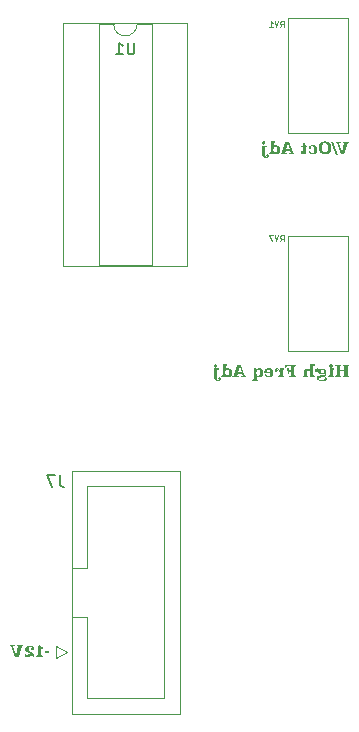
<source format=gbr>
%TF.GenerationSoftware,KiCad,Pcbnew,7.0.10*%
%TF.CreationDate,2024-02-20T22:03:50-06:00*%
%TF.ProjectId,3340_VCO,33333430-5f56-4434-9f2e-6b696361645f,rev?*%
%TF.SameCoordinates,Original*%
%TF.FileFunction,Legend,Bot*%
%TF.FilePolarity,Positive*%
%FSLAX46Y46*%
G04 Gerber Fmt 4.6, Leading zero omitted, Abs format (unit mm)*
G04 Created by KiCad (PCBNEW 7.0.10) date 2024-02-20 22:03:50*
%MOMM*%
%LPD*%
G01*
G04 APERTURE LIST*
%ADD10C,0.250000*%
%ADD11C,0.125000*%
%ADD12C,0.150000*%
%ADD13C,0.120000*%
G04 APERTURE END LIST*
D10*
G36*
X122716713Y-140596106D02*
G01*
X123111898Y-140596106D01*
X123111898Y-140471053D01*
X122716713Y-140471053D01*
X122716713Y-140596106D01*
G37*
G36*
X122134193Y-140769518D02*
G01*
X122132884Y-140780430D01*
X122128956Y-140790269D01*
X122122408Y-140799035D01*
X122113242Y-140806727D01*
X122101457Y-140813346D01*
X122092145Y-140817162D01*
X122081669Y-140820501D01*
X122070030Y-140823364D01*
X122057226Y-140825749D01*
X122043258Y-140827657D01*
X122028127Y-140829088D01*
X122011831Y-140830042D01*
X121994372Y-140830519D01*
X121985205Y-140830579D01*
X121985205Y-140940000D01*
X122584333Y-140940000D01*
X122584333Y-140830579D01*
X122573604Y-140830519D01*
X122563216Y-140830341D01*
X122553168Y-140830044D01*
X122534094Y-140829094D01*
X122516383Y-140827669D01*
X122500034Y-140825768D01*
X122485047Y-140823392D01*
X122471423Y-140820542D01*
X122459161Y-140817216D01*
X122448262Y-140813415D01*
X122438725Y-140809139D01*
X122426974Y-140801833D01*
X122418288Y-140793459D01*
X122412669Y-140784016D01*
X122410114Y-140773504D01*
X122409944Y-140769762D01*
X122409944Y-140252212D01*
X122597034Y-140252212D01*
X122602651Y-140142791D01*
X122590467Y-140142357D01*
X122578522Y-140141604D01*
X122566816Y-140140533D01*
X122555348Y-140139142D01*
X122544120Y-140137434D01*
X122533131Y-140135406D01*
X122522381Y-140133060D01*
X122511869Y-140130396D01*
X122501597Y-140127412D01*
X122491564Y-140124110D01*
X122481769Y-140120489D01*
X122472214Y-140116550D01*
X122462898Y-140112292D01*
X122453821Y-140107715D01*
X122444982Y-140102820D01*
X122436383Y-140097606D01*
X122428023Y-140092073D01*
X122419901Y-140086222D01*
X122412019Y-140080052D01*
X122404376Y-140073563D01*
X122396971Y-140066756D01*
X122389806Y-140059630D01*
X122382880Y-140052185D01*
X122376192Y-140044422D01*
X122369744Y-140036340D01*
X122363535Y-140027939D01*
X122357564Y-140019220D01*
X122351833Y-140010182D01*
X122346341Y-140000826D01*
X122341087Y-139991150D01*
X122336073Y-139981156D01*
X122331297Y-139970844D01*
X122125889Y-139986475D01*
X122127139Y-139998184D01*
X122128294Y-140009345D01*
X122129353Y-140019956D01*
X122130316Y-140030019D01*
X122131347Y-140041371D01*
X122132240Y-140051933D01*
X122132904Y-140061913D01*
X122133430Y-140071705D01*
X122133871Y-140082890D01*
X122134125Y-140093817D01*
X122134193Y-140102979D01*
X122134193Y-140769518D01*
G37*
G36*
X121039497Y-140687941D02*
G01*
X121038140Y-140698863D01*
X121037194Y-140709610D01*
X121036566Y-140719815D01*
X121036125Y-140730767D01*
X121036078Y-140732393D01*
X121035792Y-140743217D01*
X121035577Y-140753036D01*
X121035416Y-140763027D01*
X121035345Y-140773670D01*
X121035583Y-140785176D01*
X121036299Y-140796492D01*
X121037492Y-140807616D01*
X121039161Y-140818550D01*
X121041308Y-140829293D01*
X121043932Y-140839845D01*
X121045115Y-140844012D01*
X121048484Y-140854119D01*
X121052485Y-140863833D01*
X121057118Y-140873153D01*
X121062383Y-140882080D01*
X121068281Y-140890613D01*
X121074810Y-140898752D01*
X121077599Y-140901898D01*
X121084913Y-140909356D01*
X121092812Y-140916314D01*
X121101295Y-140922770D01*
X121110362Y-140928726D01*
X121120013Y-140934181D01*
X121130249Y-140939135D01*
X121134508Y-140940976D01*
X121145597Y-140945198D01*
X121154942Y-140948060D01*
X121164706Y-140950465D01*
X121174889Y-140952411D01*
X121185493Y-140953899D01*
X121196516Y-140954930D01*
X121207960Y-140955502D01*
X121216817Y-140955631D01*
X121231075Y-140955502D01*
X121244813Y-140955116D01*
X121258031Y-140954472D01*
X121270730Y-140953570D01*
X121282910Y-140952411D01*
X121294570Y-140950994D01*
X121305710Y-140949320D01*
X121316331Y-140947388D01*
X121326433Y-140945198D01*
X121336015Y-140942751D01*
X121342114Y-140940976D01*
X121353883Y-140937267D01*
X121365378Y-140933466D01*
X121376598Y-140929573D01*
X121387543Y-140925589D01*
X121398213Y-140921513D01*
X121408609Y-140917346D01*
X121418730Y-140913087D01*
X121428576Y-140908736D01*
X121438227Y-140904386D01*
X121447886Y-140900127D01*
X121457553Y-140895959D01*
X121467227Y-140891884D01*
X121476909Y-140887899D01*
X121486599Y-140884007D01*
X121496296Y-140880206D01*
X121506001Y-140876496D01*
X121515946Y-140873062D01*
X121526487Y-140870085D01*
X121537623Y-140867566D01*
X121549354Y-140865505D01*
X121561681Y-140863903D01*
X121574603Y-140862758D01*
X121584685Y-140862200D01*
X121595102Y-140861899D01*
X121602233Y-140861842D01*
X121614292Y-140862147D01*
X121625802Y-140863063D01*
X121636762Y-140864590D01*
X121647173Y-140866727D01*
X121657035Y-140869474D01*
X121666346Y-140872833D01*
X121677213Y-140877889D01*
X121683321Y-140881381D01*
X121692875Y-140887964D01*
X121701845Y-140895502D01*
X121710230Y-140903993D01*
X121716517Y-140911473D01*
X121722430Y-140919563D01*
X121727970Y-140928264D01*
X121733135Y-140937576D01*
X121734368Y-140940000D01*
X121835729Y-140940000D01*
X121833012Y-140925268D01*
X121830115Y-140910870D01*
X121827036Y-140896806D01*
X121823776Y-140883076D01*
X121820335Y-140869680D01*
X121816712Y-140856617D01*
X121812908Y-140843889D01*
X121808923Y-140831495D01*
X121804757Y-140819434D01*
X121800409Y-140807708D01*
X121795880Y-140796315D01*
X121791170Y-140785256D01*
X121786278Y-140774532D01*
X121781205Y-140764141D01*
X121775951Y-140754084D01*
X121770516Y-140744361D01*
X121764921Y-140734904D01*
X121759250Y-140725646D01*
X121753503Y-140716586D01*
X121747679Y-140707725D01*
X121741779Y-140699062D01*
X121735803Y-140690597D01*
X121729750Y-140682331D01*
X121723621Y-140674263D01*
X121717416Y-140666394D01*
X121711134Y-140658723D01*
X121704776Y-140651251D01*
X121695096Y-140640415D01*
X121685245Y-140630025D01*
X121675221Y-140620081D01*
X121671842Y-140616866D01*
X121661652Y-140607393D01*
X121651414Y-140598207D01*
X121641129Y-140589309D01*
X121630798Y-140580699D01*
X121620418Y-140572377D01*
X121609992Y-140564342D01*
X121599518Y-140556594D01*
X121588998Y-140549135D01*
X121578430Y-140541963D01*
X121567814Y-140535078D01*
X121560711Y-140530648D01*
X121550127Y-140524043D01*
X121539714Y-140517416D01*
X121529473Y-140510768D01*
X121519404Y-140504099D01*
X121509506Y-140497407D01*
X121499780Y-140490695D01*
X121490226Y-140483961D01*
X121480844Y-140477205D01*
X121471633Y-140470428D01*
X121462594Y-140463630D01*
X121456664Y-140459085D01*
X121447973Y-140452169D01*
X121439579Y-140445069D01*
X121431481Y-140437784D01*
X121423680Y-140430314D01*
X121416174Y-140422660D01*
X121408965Y-140414821D01*
X121402052Y-140406798D01*
X121395435Y-140398589D01*
X121389115Y-140390197D01*
X121383090Y-140381619D01*
X121379239Y-140375799D01*
X121373826Y-140366709D01*
X121368946Y-140357117D01*
X121364599Y-140347022D01*
X121360783Y-140336426D01*
X121357500Y-140325327D01*
X121354750Y-140313726D01*
X121352531Y-140301622D01*
X121350846Y-140289016D01*
X121349692Y-140275908D01*
X121349071Y-140262297D01*
X121348953Y-140252944D01*
X121349331Y-140239057D01*
X121350464Y-140225788D01*
X121352353Y-140213137D01*
X121354998Y-140201104D01*
X121358398Y-140189689D01*
X121362554Y-140178893D01*
X121367466Y-140168715D01*
X121373133Y-140159155D01*
X121379556Y-140150214D01*
X121386734Y-140141890D01*
X121391939Y-140136685D01*
X121400264Y-140129395D01*
X121409116Y-140122823D01*
X121418496Y-140116968D01*
X121428404Y-140111829D01*
X121438841Y-140107408D01*
X121449805Y-140103703D01*
X121461298Y-140100716D01*
X121473318Y-140098446D01*
X121485867Y-140096892D01*
X121498944Y-140096056D01*
X121507955Y-140095896D01*
X121520835Y-140096083D01*
X121533097Y-140096643D01*
X121544740Y-140097577D01*
X121555765Y-140098884D01*
X121566172Y-140100565D01*
X121575961Y-140102620D01*
X121588051Y-140105940D01*
X121599042Y-140109924D01*
X121608934Y-140114572D01*
X121613468Y-140117145D01*
X121621951Y-140122553D01*
X121631686Y-140129753D01*
X121640456Y-140137441D01*
X121648259Y-140145619D01*
X121655096Y-140154286D01*
X121660967Y-140163441D01*
X121664026Y-140169169D01*
X121653098Y-140170629D01*
X121642479Y-140173909D01*
X121632169Y-140179009D01*
X121623814Y-140184650D01*
X121615674Y-140191555D01*
X121609316Y-140197990D01*
X121601998Y-140206866D01*
X121595920Y-140216399D01*
X121591083Y-140226587D01*
X121587486Y-140237431D01*
X121585130Y-140248931D01*
X121584014Y-140261087D01*
X121583914Y-140266133D01*
X121584388Y-140278204D01*
X121585807Y-140289749D01*
X121588173Y-140300766D01*
X121591486Y-140311257D01*
X121595745Y-140321222D01*
X121600950Y-140330659D01*
X121607102Y-140339570D01*
X121614200Y-140347955D01*
X121622157Y-140355511D01*
X121630885Y-140362060D01*
X121640384Y-140367601D01*
X121650654Y-140372135D01*
X121661694Y-140375661D01*
X121673506Y-140378180D01*
X121686088Y-140379691D01*
X121696031Y-140380163D01*
X121699441Y-140380195D01*
X121709254Y-140379892D01*
X121721662Y-140378547D01*
X121733300Y-140376126D01*
X121744167Y-140372628D01*
X121754263Y-140368054D01*
X121763588Y-140362404D01*
X121772142Y-140355678D01*
X121779926Y-140347875D01*
X121781751Y-140345757D01*
X121788506Y-140336849D01*
X121794360Y-140327347D01*
X121799314Y-140317249D01*
X121803367Y-140306556D01*
X121806519Y-140295267D01*
X121808770Y-140283383D01*
X121810121Y-140270904D01*
X121810572Y-140257829D01*
X121810255Y-140246827D01*
X121809305Y-140235679D01*
X121807721Y-140224387D01*
X121805504Y-140212950D01*
X121802653Y-140201367D01*
X121799169Y-140189640D01*
X121795051Y-140177767D01*
X121790300Y-140165750D01*
X121786245Y-140156718D01*
X121781773Y-140147849D01*
X121776885Y-140139144D01*
X121771581Y-140130602D01*
X121765860Y-140122222D01*
X121759722Y-140114006D01*
X121753169Y-140105954D01*
X121746198Y-140098064D01*
X121738812Y-140090337D01*
X121731009Y-140082774D01*
X121725575Y-140077822D01*
X121717026Y-140070567D01*
X121708047Y-140063548D01*
X121698639Y-140056766D01*
X121688801Y-140050219D01*
X121678535Y-140043909D01*
X121667838Y-140037834D01*
X121656713Y-140031996D01*
X121645158Y-140026394D01*
X121633174Y-140021028D01*
X121620761Y-140015898D01*
X121612247Y-140012609D01*
X121599052Y-140007939D01*
X121585390Y-140003728D01*
X121571260Y-139999976D01*
X121561580Y-139997730D01*
X121551692Y-139995689D01*
X121541596Y-139993851D01*
X121531292Y-139992218D01*
X121520780Y-139990789D01*
X121510060Y-139989564D01*
X121499132Y-139988543D01*
X121487996Y-139987726D01*
X121476652Y-139987113D01*
X121465100Y-139986705D01*
X121453341Y-139986501D01*
X121447383Y-139986475D01*
X121433988Y-139986600D01*
X121420641Y-139986973D01*
X121407341Y-139987596D01*
X121394088Y-139988468D01*
X121380882Y-139989588D01*
X121367724Y-139990958D01*
X121354613Y-139992576D01*
X121341549Y-139994444D01*
X121328532Y-139996560D01*
X121315563Y-139998926D01*
X121306943Y-140000642D01*
X121294120Y-140003426D01*
X121281572Y-140006558D01*
X121269299Y-140010037D01*
X121257301Y-140013865D01*
X121245577Y-140018040D01*
X121234128Y-140022563D01*
X121222954Y-140027434D01*
X121212055Y-140032653D01*
X121201430Y-140038219D01*
X121191080Y-140044133D01*
X121184333Y-140048269D01*
X121174484Y-140054742D01*
X121164996Y-140061615D01*
X121155868Y-140068888D01*
X121147101Y-140076559D01*
X121138695Y-140084630D01*
X121130649Y-140093100D01*
X121122964Y-140101969D01*
X121115640Y-140111238D01*
X121108676Y-140120906D01*
X121102073Y-140130973D01*
X121097871Y-140137906D01*
X121091979Y-140148684D01*
X121086666Y-140159951D01*
X121081932Y-140171707D01*
X121077778Y-140183953D01*
X121074204Y-140196689D01*
X121071210Y-140209914D01*
X121068795Y-140223628D01*
X121066959Y-140237832D01*
X121066058Y-140247573D01*
X121065414Y-140257532D01*
X121065027Y-140267708D01*
X121064898Y-140278101D01*
X121065058Y-140290082D01*
X121065536Y-140301781D01*
X121066332Y-140313201D01*
X121067448Y-140324340D01*
X121068882Y-140335198D01*
X121070634Y-140345776D01*
X121072705Y-140356073D01*
X121075095Y-140366090D01*
X121077804Y-140375826D01*
X121080831Y-140385282D01*
X121085970Y-140398940D01*
X121091825Y-140411966D01*
X121098398Y-140424362D01*
X121105687Y-140436127D01*
X121113526Y-140447334D01*
X121121747Y-140458151D01*
X121130350Y-140468578D01*
X121139335Y-140478613D01*
X121148702Y-140488258D01*
X121158452Y-140497513D01*
X121168583Y-140506376D01*
X121179097Y-140514849D01*
X121189993Y-140522931D01*
X121201271Y-140530623D01*
X121209002Y-140535533D01*
X121220826Y-140542640D01*
X121232852Y-140549490D01*
X121245081Y-140556081D01*
X121257511Y-140562415D01*
X121270142Y-140568492D01*
X121282976Y-140574311D01*
X121296011Y-140579872D01*
X121309248Y-140585176D01*
X121322687Y-140590222D01*
X121336327Y-140595010D01*
X121345533Y-140598060D01*
X121359310Y-140602504D01*
X121372979Y-140606952D01*
X121386541Y-140611405D01*
X121399996Y-140615863D01*
X121413343Y-140620324D01*
X121426583Y-140624790D01*
X121439715Y-140629260D01*
X121452741Y-140633734D01*
X121465659Y-140638213D01*
X121478469Y-140642696D01*
X121486950Y-140645687D01*
X121499437Y-140650231D01*
X121511619Y-140654886D01*
X121523497Y-140659653D01*
X121535070Y-140664532D01*
X121546337Y-140669522D01*
X121557300Y-140674624D01*
X121567959Y-140679837D01*
X121578312Y-140685163D01*
X121588361Y-140690599D01*
X121598104Y-140696148D01*
X121604431Y-140699909D01*
X121613460Y-140705733D01*
X121621862Y-140711939D01*
X121629637Y-140718527D01*
X121636785Y-140725497D01*
X121643307Y-140732849D01*
X121651027Y-140743247D01*
X121657633Y-140754324D01*
X121663125Y-140766080D01*
X121666512Y-140775343D01*
X121668422Y-140781730D01*
X121660738Y-140774201D01*
X121652981Y-140767093D01*
X121645150Y-140760405D01*
X121637247Y-140754138D01*
X121629271Y-140748292D01*
X121618522Y-140741152D01*
X121607644Y-140734760D01*
X121596636Y-140729115D01*
X121585498Y-140724219D01*
X121582693Y-140723112D01*
X121571225Y-140718990D01*
X121559414Y-140715418D01*
X121547259Y-140712396D01*
X121534760Y-140709923D01*
X121521919Y-140707999D01*
X121512062Y-140706917D01*
X121502012Y-140706145D01*
X121491769Y-140705681D01*
X121481332Y-140705526D01*
X121469563Y-140705683D01*
X121458190Y-140706152D01*
X121447215Y-140706935D01*
X121436636Y-140708030D01*
X121426454Y-140709438D01*
X121416669Y-140711159D01*
X121404996Y-140713751D01*
X121398290Y-140715540D01*
X121387436Y-140718635D01*
X121376857Y-140721813D01*
X121366551Y-140725075D01*
X121356520Y-140728420D01*
X121346764Y-140731849D01*
X121337282Y-140735361D01*
X121333565Y-140736789D01*
X121324366Y-140740341D01*
X121313421Y-140744508D01*
X121302579Y-140748573D01*
X121291840Y-140752534D01*
X121281204Y-140756392D01*
X121275924Y-140758283D01*
X121265185Y-140761603D01*
X121254034Y-140764236D01*
X121242470Y-140766183D01*
X121232520Y-140767280D01*
X121222282Y-140767900D01*
X121213886Y-140768053D01*
X121201926Y-140767659D01*
X121190621Y-140766478D01*
X121179973Y-140764511D01*
X121169980Y-140761756D01*
X121160643Y-140758214D01*
X121150305Y-140752924D01*
X121148674Y-140751933D01*
X121139543Y-140744771D01*
X121132958Y-140737098D01*
X121127302Y-140727875D01*
X121122577Y-140717101D01*
X121119467Y-140707365D01*
X121116952Y-140696638D01*
X121115457Y-140687941D01*
X121039497Y-140687941D01*
G37*
G36*
X119778471Y-140002107D02*
G01*
X119790050Y-140002201D01*
X119800971Y-140002485D01*
X119811236Y-140002957D01*
X119823900Y-140003881D01*
X119835397Y-140005140D01*
X119845726Y-140006735D01*
X119856994Y-140009201D01*
X119866438Y-140012192D01*
X119868108Y-140012854D01*
X119877147Y-140017118D01*
X119886000Y-140022919D01*
X119893884Y-140030635D01*
X119899387Y-140039512D01*
X119900837Y-140043140D01*
X120216154Y-140940000D01*
X120500209Y-140940000D01*
X120798429Y-140044605D01*
X120803631Y-140034645D01*
X120811420Y-140026012D01*
X120821797Y-140018708D01*
X120831277Y-140014101D01*
X120842213Y-140010241D01*
X120854604Y-140007129D01*
X120868451Y-140004763D01*
X120878490Y-140003601D01*
X120889177Y-140002771D01*
X120900510Y-140002273D01*
X120912491Y-140002107D01*
X120912491Y-139892686D01*
X120348290Y-139892686D01*
X120348290Y-140002107D01*
X120456734Y-140002107D01*
X120468484Y-140002691D01*
X120478243Y-140004444D01*
X120487325Y-140008091D01*
X120494973Y-140015571D01*
X120497522Y-140026043D01*
X120496057Y-140034347D01*
X120493217Y-140043767D01*
X120493126Y-140044117D01*
X120270865Y-140739232D01*
X120038834Y-140055596D01*
X120035854Y-140046262D01*
X120034686Y-140036423D01*
X120034682Y-140035812D01*
X120036226Y-140026102D01*
X120042157Y-140016623D01*
X120050497Y-140010533D01*
X120061925Y-140006090D01*
X120073292Y-140003720D01*
X120083115Y-140002634D01*
X120094049Y-140002140D01*
X120097941Y-140002107D01*
X120178053Y-140002107D01*
X120178053Y-139892686D01*
X119779937Y-139892686D01*
X119778471Y-140002107D01*
G37*
G36*
X147373956Y-97422107D02*
G01*
X147385535Y-97422201D01*
X147396456Y-97422485D01*
X147406721Y-97422957D01*
X147419385Y-97423881D01*
X147430882Y-97425140D01*
X147441211Y-97426735D01*
X147452479Y-97429201D01*
X147461923Y-97432192D01*
X147463593Y-97432854D01*
X147472632Y-97437118D01*
X147481485Y-97442919D01*
X147489369Y-97450635D01*
X147494872Y-97459512D01*
X147496322Y-97463140D01*
X147811639Y-98360000D01*
X148095694Y-98360000D01*
X148393914Y-97464605D01*
X148399116Y-97454645D01*
X148406905Y-97446012D01*
X148417282Y-97438708D01*
X148426762Y-97434101D01*
X148437698Y-97430241D01*
X148450089Y-97427129D01*
X148463936Y-97424763D01*
X148473975Y-97423601D01*
X148484662Y-97422771D01*
X148495995Y-97422273D01*
X148507976Y-97422107D01*
X148507976Y-97312686D01*
X147943775Y-97312686D01*
X147943775Y-97422107D01*
X148052219Y-97422107D01*
X148063969Y-97422691D01*
X148073728Y-97424444D01*
X148082810Y-97428091D01*
X148090458Y-97435571D01*
X148093007Y-97446043D01*
X148091542Y-97454347D01*
X148088702Y-97463767D01*
X148088611Y-97464117D01*
X147866350Y-98159232D01*
X147634319Y-97475596D01*
X147631339Y-97466262D01*
X147630171Y-97456423D01*
X147630167Y-97455812D01*
X147631711Y-97446102D01*
X147637642Y-97436623D01*
X147645982Y-97430533D01*
X147657410Y-97426090D01*
X147668777Y-97423720D01*
X147678600Y-97422634D01*
X147689534Y-97422140D01*
X147693426Y-97422107D01*
X147773538Y-97422107D01*
X147773538Y-97312686D01*
X147375422Y-97312686D01*
X147373956Y-97422107D01*
G37*
G36*
X147406929Y-98406894D02*
G01*
X147553230Y-98406894D01*
X147139727Y-97312686D01*
X146994891Y-97312686D01*
X147406929Y-98406894D01*
G37*
G36*
X146453205Y-97297204D02*
G01*
X146470983Y-97297654D01*
X146488421Y-97298403D01*
X146505520Y-97299451D01*
X146522280Y-97300799D01*
X146538699Y-97302447D01*
X146554779Y-97304394D01*
X146570519Y-97306641D01*
X146585920Y-97309188D01*
X146600981Y-97312034D01*
X146615702Y-97315179D01*
X146630084Y-97318624D01*
X146644126Y-97322369D01*
X146657829Y-97326413D01*
X146671191Y-97330757D01*
X146684214Y-97335401D01*
X146696892Y-97340298D01*
X146709280Y-97345464D01*
X146721378Y-97350900D01*
X146733185Y-97356604D01*
X146744703Y-97362578D01*
X146755930Y-97368820D01*
X146766868Y-97375332D01*
X146777515Y-97382112D01*
X146787873Y-97389162D01*
X146797940Y-97396481D01*
X146807717Y-97404068D01*
X146817205Y-97411925D01*
X146826402Y-97420051D01*
X146835309Y-97428446D01*
X146843926Y-97437110D01*
X146852254Y-97446043D01*
X146860269Y-97455206D01*
X146868011Y-97464620D01*
X146875480Y-97474287D01*
X146882677Y-97484206D01*
X146889601Y-97494376D01*
X146896252Y-97504798D01*
X146902630Y-97515473D01*
X146908735Y-97526399D01*
X146914567Y-97537577D01*
X146920126Y-97549006D01*
X146925413Y-97560688D01*
X146930426Y-97572622D01*
X146935167Y-97584807D01*
X146939635Y-97597244D01*
X146943830Y-97609934D01*
X146947752Y-97622875D01*
X146951420Y-97636014D01*
X146954851Y-97649360D01*
X146958045Y-97662911D01*
X146961003Y-97676669D01*
X146963724Y-97690633D01*
X146966208Y-97704803D01*
X146968456Y-97719179D01*
X146970467Y-97733761D01*
X146972242Y-97748549D01*
X146973780Y-97763543D01*
X146975081Y-97778744D01*
X146976146Y-97794150D01*
X146976974Y-97809762D01*
X146977565Y-97825581D01*
X146977920Y-97841606D01*
X146978039Y-97857836D01*
X146977888Y-97875764D01*
X146977436Y-97893339D01*
X146976682Y-97910561D01*
X146975627Y-97927430D01*
X146974270Y-97943946D01*
X146972612Y-97960109D01*
X146970652Y-97975919D01*
X146968391Y-97991376D01*
X146965828Y-98006480D01*
X146962964Y-98021231D01*
X146959799Y-98035629D01*
X146956331Y-98049674D01*
X146952563Y-98063366D01*
X146948493Y-98076705D01*
X146944121Y-98089690D01*
X146939448Y-98102323D01*
X146934474Y-98114597D01*
X146929259Y-98126568D01*
X146923803Y-98138236D01*
X146918107Y-98149600D01*
X146912171Y-98160660D01*
X146905995Y-98171417D01*
X146899577Y-98181871D01*
X146892920Y-98192021D01*
X146886022Y-98201868D01*
X146878884Y-98211412D01*
X146871505Y-98220652D01*
X146863886Y-98229589D01*
X146856026Y-98238222D01*
X146847926Y-98246553D01*
X146839585Y-98254579D01*
X146831004Y-98262302D01*
X146822201Y-98269712D01*
X146813194Y-98276858D01*
X146803982Y-98283740D01*
X146794566Y-98290360D01*
X146784946Y-98296716D01*
X146775122Y-98302809D01*
X146765094Y-98308638D01*
X146754862Y-98314204D01*
X146744425Y-98319507D01*
X146733784Y-98324546D01*
X146722939Y-98329322D01*
X146711890Y-98333835D01*
X146700637Y-98338084D01*
X146689179Y-98342071D01*
X146677518Y-98345793D01*
X146665652Y-98349253D01*
X146653613Y-98352447D01*
X146641434Y-98355435D01*
X146629113Y-98358217D01*
X146616651Y-98360793D01*
X146604047Y-98363163D01*
X146591303Y-98365327D01*
X146578417Y-98367285D01*
X146565390Y-98369036D01*
X146552222Y-98370582D01*
X146538913Y-98371922D01*
X146525462Y-98373055D01*
X146511871Y-98373982D01*
X146498138Y-98374704D01*
X146484264Y-98375219D01*
X146470248Y-98375528D01*
X146456092Y-98375631D01*
X146438834Y-98375484D01*
X146421867Y-98375043D01*
X146405190Y-98374309D01*
X146388803Y-98373280D01*
X146372706Y-98371958D01*
X146356898Y-98370342D01*
X146341381Y-98368432D01*
X146326154Y-98366228D01*
X146311217Y-98363730D01*
X146296571Y-98360938D01*
X146282214Y-98357853D01*
X146268147Y-98354474D01*
X146254370Y-98350800D01*
X146240883Y-98346833D01*
X146227686Y-98342572D01*
X146214780Y-98338018D01*
X146202153Y-98333191D01*
X146189798Y-98328114D01*
X146177714Y-98322788D01*
X146165901Y-98317211D01*
X146154358Y-98311385D01*
X146143087Y-98305308D01*
X146132086Y-98298982D01*
X146121357Y-98292405D01*
X146110898Y-98285579D01*
X146100711Y-98278503D01*
X146090794Y-98271176D01*
X146081148Y-98263600D01*
X146071774Y-98255774D01*
X146062670Y-98247697D01*
X146053837Y-98239371D01*
X146045275Y-98230795D01*
X146036983Y-98221975D01*
X146028960Y-98212916D01*
X146021207Y-98203618D01*
X146013722Y-98194082D01*
X146006506Y-98184308D01*
X145999560Y-98174295D01*
X145992882Y-98164043D01*
X145986474Y-98153553D01*
X145980334Y-98142825D01*
X145974464Y-98131858D01*
X145968862Y-98120652D01*
X145963530Y-98109208D01*
X145958467Y-98097525D01*
X145953673Y-98085604D01*
X145949147Y-98073444D01*
X145944891Y-98061046D01*
X145940869Y-98048431D01*
X145937106Y-98035618D01*
X145933603Y-98022609D01*
X145930359Y-98009404D01*
X145927375Y-97996002D01*
X145924650Y-97982404D01*
X145922184Y-97968609D01*
X145919979Y-97954617D01*
X145918032Y-97940429D01*
X145916345Y-97926045D01*
X145914918Y-97911464D01*
X145913750Y-97896686D01*
X145912842Y-97881712D01*
X145912193Y-97866541D01*
X145911804Y-97851174D01*
X145911770Y-97847090D01*
X146193042Y-97847090D01*
X146193057Y-97853713D01*
X146193173Y-97866771D01*
X146193406Y-97879575D01*
X146193755Y-97892124D01*
X146194221Y-97904421D01*
X146194803Y-97916463D01*
X146195501Y-97928251D01*
X146196316Y-97939786D01*
X146197247Y-97951067D01*
X146198294Y-97962094D01*
X146199458Y-97972868D01*
X146200739Y-97983387D01*
X146202136Y-97993653D01*
X146203649Y-98003665D01*
X146205278Y-98013423D01*
X146207941Y-98027585D01*
X146209839Y-98036697D01*
X146212938Y-98049962D01*
X146216337Y-98062741D01*
X146220036Y-98075035D01*
X146224036Y-98086843D01*
X146228337Y-98098167D01*
X146232938Y-98109006D01*
X146237839Y-98119359D01*
X146243041Y-98129227D01*
X146248544Y-98138610D01*
X146254347Y-98147508D01*
X146258358Y-98153179D01*
X146264646Y-98161314D01*
X146271261Y-98169002D01*
X146278202Y-98176243D01*
X146285469Y-98183038D01*
X146293062Y-98189386D01*
X146300982Y-98195288D01*
X146309228Y-98200744D01*
X146317801Y-98205753D01*
X146326699Y-98210315D01*
X146335924Y-98214431D01*
X146342232Y-98216915D01*
X146351996Y-98220341D01*
X146362119Y-98223407D01*
X146372603Y-98226111D01*
X146383448Y-98228456D01*
X146394654Y-98230439D01*
X146406220Y-98232062D01*
X146418147Y-98233324D01*
X146430435Y-98234226D01*
X146443083Y-98234767D01*
X146456092Y-98234947D01*
X146459426Y-98234930D01*
X146469323Y-98234672D01*
X146482271Y-98233848D01*
X146494938Y-98232474D01*
X146507322Y-98230551D01*
X146519423Y-98228078D01*
X146531242Y-98225055D01*
X146542779Y-98221483D01*
X146554033Y-98217362D01*
X146564879Y-98212427D01*
X146575313Y-98206539D01*
X146585334Y-98199696D01*
X146594944Y-98191899D01*
X146604141Y-98183149D01*
X146610768Y-98175959D01*
X146617164Y-98168234D01*
X146623328Y-98159971D01*
X146629260Y-98151172D01*
X146631170Y-98148113D01*
X146636736Y-98138494D01*
X146642057Y-98128214D01*
X146647134Y-98117274D01*
X146651967Y-98105672D01*
X146656554Y-98093408D01*
X146660897Y-98080484D01*
X146664995Y-98066899D01*
X146667591Y-98057474D01*
X146670078Y-98047756D01*
X146672456Y-98037744D01*
X146674726Y-98027438D01*
X146676887Y-98016838D01*
X146678928Y-98005894D01*
X146680837Y-97994555D01*
X146682614Y-97982821D01*
X146684260Y-97970692D01*
X146685774Y-97958168D01*
X146687157Y-97945248D01*
X146688408Y-97931934D01*
X146689527Y-97918225D01*
X146690514Y-97904121D01*
X146691370Y-97889622D01*
X146692094Y-97874728D01*
X146692687Y-97859439D01*
X146693147Y-97843755D01*
X146693477Y-97827676D01*
X146693674Y-97811202D01*
X146693740Y-97794333D01*
X146693676Y-97782710D01*
X146693485Y-97771288D01*
X146693167Y-97760068D01*
X146692721Y-97749049D01*
X146692148Y-97738231D01*
X146691447Y-97727615D01*
X146690619Y-97717200D01*
X146689664Y-97706986D01*
X146688581Y-97696973D01*
X146687371Y-97687162D01*
X146684569Y-97668143D01*
X146681258Y-97649930D01*
X146677437Y-97632522D01*
X146673106Y-97615919D01*
X146668266Y-97600122D01*
X146662917Y-97585130D01*
X146657058Y-97570942D01*
X146650689Y-97557561D01*
X146643811Y-97544984D01*
X146636424Y-97533213D01*
X146628527Y-97522247D01*
X146620073Y-97512013D01*
X146611075Y-97502440D01*
X146601533Y-97493527D01*
X146591448Y-97485274D01*
X146580819Y-97477682D01*
X146569645Y-97470749D01*
X146557928Y-97464477D01*
X146545668Y-97458866D01*
X146532863Y-97453914D01*
X146519515Y-97449622D01*
X146505622Y-97445991D01*
X146491186Y-97443020D01*
X146476206Y-97440709D01*
X146460683Y-97439059D01*
X146444615Y-97438069D01*
X146428004Y-97437739D01*
X146415128Y-97438017D01*
X146402511Y-97438853D01*
X146390154Y-97440246D01*
X146378056Y-97442196D01*
X146366218Y-97444703D01*
X146354639Y-97447768D01*
X146343320Y-97451389D01*
X146332260Y-97455568D01*
X146324177Y-97459119D01*
X146313753Y-97464641D01*
X146303733Y-97471064D01*
X146294118Y-97478387D01*
X146284907Y-97486611D01*
X146276101Y-97495736D01*
X146269762Y-97503171D01*
X146263650Y-97511112D01*
X146257766Y-97519560D01*
X146252075Y-97528503D01*
X146246632Y-97538021D01*
X146241439Y-97548115D01*
X146236494Y-97558784D01*
X146231799Y-97570028D01*
X146227352Y-97581848D01*
X146223155Y-97594242D01*
X146219207Y-97607213D01*
X146215507Y-97620758D01*
X146212057Y-97634879D01*
X146209895Y-97644612D01*
X146207854Y-97654619D01*
X146205945Y-97664980D01*
X146204168Y-97675693D01*
X146202522Y-97686759D01*
X146201008Y-97698179D01*
X146199625Y-97709951D01*
X146198374Y-97722076D01*
X146197255Y-97734555D01*
X146196268Y-97747386D01*
X146195412Y-97760570D01*
X146194688Y-97774108D01*
X146194095Y-97787998D01*
X146193635Y-97802241D01*
X146193305Y-97816838D01*
X146193108Y-97831787D01*
X146193042Y-97847090D01*
X145911770Y-97847090D01*
X145911674Y-97835610D01*
X145911826Y-97816839D01*
X145912281Y-97798443D01*
X145913040Y-97780424D01*
X145914101Y-97762780D01*
X145915467Y-97745512D01*
X145917135Y-97728620D01*
X145919107Y-97712104D01*
X145921383Y-97695964D01*
X145923962Y-97680200D01*
X145926844Y-97664812D01*
X145930030Y-97649799D01*
X145933519Y-97635163D01*
X145937311Y-97620903D01*
X145941407Y-97607018D01*
X145945806Y-97593509D01*
X145950509Y-97580376D01*
X145955454Y-97567562D01*
X145960641Y-97555070D01*
X145966071Y-97542901D01*
X145971743Y-97531055D01*
X145977657Y-97519530D01*
X145983814Y-97508329D01*
X145990213Y-97497449D01*
X145996854Y-97486892D01*
X146003738Y-97476658D01*
X146010864Y-97466746D01*
X146018232Y-97457157D01*
X146025843Y-97447890D01*
X146033696Y-97438945D01*
X146041791Y-97430323D01*
X146050129Y-97422024D01*
X146058709Y-97414047D01*
X146067515Y-97406340D01*
X146076531Y-97398912D01*
X146085756Y-97391762D01*
X146095192Y-97384890D01*
X146104838Y-97378298D01*
X146114694Y-97371984D01*
X146124759Y-97365948D01*
X146135034Y-97360191D01*
X146145520Y-97354713D01*
X146156215Y-97349513D01*
X146167120Y-97344592D01*
X146178235Y-97339950D01*
X146189560Y-97335586D01*
X146201094Y-97331501D01*
X146212839Y-97327694D01*
X146224794Y-97324166D01*
X146236892Y-97320883D01*
X146249130Y-97317811D01*
X146261507Y-97314952D01*
X146274024Y-97312305D01*
X146286680Y-97309869D01*
X146299475Y-97307645D01*
X146312409Y-97305633D01*
X146325483Y-97303832D01*
X146338696Y-97302244D01*
X146352048Y-97300867D01*
X146365540Y-97299702D01*
X146379170Y-97298749D01*
X146392941Y-97298008D01*
X146406850Y-97297478D01*
X146420899Y-97297161D01*
X146435087Y-97297055D01*
X146453205Y-97297204D01*
G37*
G36*
X145067815Y-98121374D02*
G01*
X145070170Y-98133628D01*
X145072960Y-98145844D01*
X145076184Y-98158022D01*
X145079844Y-98170162D01*
X145083939Y-98182263D01*
X145088469Y-98194327D01*
X145093434Y-98206352D01*
X145097443Y-98215345D01*
X145098834Y-98218339D01*
X145103191Y-98227190D01*
X145107836Y-98235792D01*
X145114476Y-98246875D01*
X145121628Y-98257515D01*
X145129291Y-98267712D01*
X145137466Y-98277466D01*
X145146151Y-98286778D01*
X145155349Y-98295647D01*
X145160139Y-98299916D01*
X145170073Y-98308090D01*
X145177899Y-98313971D01*
X145186047Y-98319636D01*
X145194517Y-98325088D01*
X145203309Y-98330324D01*
X145212423Y-98335346D01*
X145221859Y-98340153D01*
X145231617Y-98344745D01*
X145241697Y-98349123D01*
X145252099Y-98353286D01*
X145255638Y-98354626D01*
X145266489Y-98358380D01*
X145277700Y-98361765D01*
X145289272Y-98364780D01*
X145301205Y-98367426D01*
X145313498Y-98369703D01*
X145326152Y-98371611D01*
X145339166Y-98373149D01*
X145352541Y-98374318D01*
X145366277Y-98375118D01*
X145380374Y-98375549D01*
X145389972Y-98375631D01*
X145401333Y-98375546D01*
X145412579Y-98375291D01*
X145423711Y-98374867D01*
X145434729Y-98374272D01*
X145445632Y-98373508D01*
X145456421Y-98372574D01*
X145467095Y-98371470D01*
X145477655Y-98370197D01*
X145488100Y-98368753D01*
X145498431Y-98367140D01*
X145508647Y-98365357D01*
X145518749Y-98363404D01*
X145528736Y-98361281D01*
X145538609Y-98358988D01*
X145548367Y-98356526D01*
X145558011Y-98353893D01*
X145567512Y-98351084D01*
X145576844Y-98348089D01*
X145590523Y-98343250D01*
X145603821Y-98337994D01*
X145616736Y-98332322D01*
X145629269Y-98326233D01*
X145641419Y-98319728D01*
X145653188Y-98312806D01*
X145664575Y-98305468D01*
X145675579Y-98297714D01*
X145686202Y-98289543D01*
X145689658Y-98286727D01*
X145699701Y-98277942D01*
X145709315Y-98268715D01*
X145718500Y-98259045D01*
X145727256Y-98248934D01*
X145735582Y-98238380D01*
X145743479Y-98227384D01*
X145750946Y-98215946D01*
X145757984Y-98204066D01*
X145764593Y-98191743D01*
X145770773Y-98178978D01*
X145774654Y-98170223D01*
X145780067Y-98156689D01*
X145783379Y-98147385D01*
X145786455Y-98137855D01*
X145789294Y-98128101D01*
X145791897Y-98118121D01*
X145794263Y-98107917D01*
X145796393Y-98097487D01*
X145798286Y-98086832D01*
X145799942Y-98075951D01*
X145801361Y-98064846D01*
X145802545Y-98053515D01*
X145803491Y-98041960D01*
X145804201Y-98030179D01*
X145804674Y-98018173D01*
X145804911Y-98005941D01*
X145804940Y-97999741D01*
X145804842Y-97989081D01*
X145804547Y-97978534D01*
X145804056Y-97968099D01*
X145803368Y-97957777D01*
X145802483Y-97947568D01*
X145801402Y-97937471D01*
X145800125Y-97927486D01*
X145798651Y-97917615D01*
X145796980Y-97907855D01*
X145795113Y-97898209D01*
X145791944Y-97883950D01*
X145788333Y-97869944D01*
X145784279Y-97856192D01*
X145779783Y-97842693D01*
X145774799Y-97829447D01*
X145769373Y-97816544D01*
X145763505Y-97803984D01*
X145757195Y-97791769D01*
X145750442Y-97779896D01*
X145743247Y-97768367D01*
X145735610Y-97757181D01*
X145727530Y-97746339D01*
X145719009Y-97735841D01*
X145710045Y-97725686D01*
X145703824Y-97719106D01*
X145694090Y-97709558D01*
X145683940Y-97700422D01*
X145673373Y-97691698D01*
X145662390Y-97683386D01*
X145650991Y-97675486D01*
X145639175Y-97667998D01*
X145626942Y-97660923D01*
X145614293Y-97654260D01*
X145601228Y-97648009D01*
X145592286Y-97644070D01*
X145583160Y-97640315D01*
X145578527Y-97638506D01*
X145569121Y-97635016D01*
X145559526Y-97631751D01*
X145549742Y-97628712D01*
X145539769Y-97625897D01*
X145529607Y-97623308D01*
X145519256Y-97620944D01*
X145508717Y-97618805D01*
X145497988Y-97616891D01*
X145487071Y-97615202D01*
X145475964Y-97613738D01*
X145464669Y-97612500D01*
X145453185Y-97611487D01*
X145441512Y-97610699D01*
X145429650Y-97610136D01*
X145417599Y-97609798D01*
X145405359Y-97609685D01*
X145392037Y-97609806D01*
X145378909Y-97610166D01*
X145365974Y-97610767D01*
X145353232Y-97611609D01*
X145340683Y-97612691D01*
X145328328Y-97614013D01*
X145316166Y-97615576D01*
X145304197Y-97617379D01*
X145292421Y-97619423D01*
X145280838Y-97621707D01*
X145273224Y-97623363D01*
X145262010Y-97625998D01*
X145251084Y-97628864D01*
X145240446Y-97631963D01*
X145230096Y-97635293D01*
X145220033Y-97638855D01*
X145210258Y-97642649D01*
X145200770Y-97646674D01*
X145191570Y-97650932D01*
X145182658Y-97655421D01*
X145174033Y-97660143D01*
X145168443Y-97663419D01*
X145157697Y-97670250D01*
X145147561Y-97677554D01*
X145138035Y-97685332D01*
X145129120Y-97693583D01*
X145120816Y-97702307D01*
X145113122Y-97711504D01*
X145106039Y-97721175D01*
X145099567Y-97731318D01*
X145093785Y-97741848D01*
X145088774Y-97752797D01*
X145084534Y-97764165D01*
X145081065Y-97775954D01*
X145078367Y-97788162D01*
X145076440Y-97800790D01*
X145075501Y-97810537D01*
X145074995Y-97820520D01*
X145074898Y-97827306D01*
X145075330Y-97839407D01*
X145076623Y-97851043D01*
X145078779Y-97862213D01*
X145081798Y-97872918D01*
X145085679Y-97883157D01*
X145090423Y-97892931D01*
X145096029Y-97902239D01*
X145102498Y-97911081D01*
X145109833Y-97919153D01*
X145118160Y-97926148D01*
X145127479Y-97932067D01*
X145137791Y-97936910D01*
X145149095Y-97940677D01*
X145161391Y-97943367D01*
X145171264Y-97944679D01*
X145181695Y-97945385D01*
X145188960Y-97945519D01*
X145201870Y-97945081D01*
X145213979Y-97943764D01*
X145225287Y-97941570D01*
X145235793Y-97938497D01*
X145245498Y-97934548D01*
X145254402Y-97929720D01*
X145262504Y-97924015D01*
X145269804Y-97917431D01*
X145277685Y-97908374D01*
X145284230Y-97898755D01*
X145289439Y-97888577D01*
X145293312Y-97877837D01*
X145295850Y-97866538D01*
X145297052Y-97854677D01*
X145297159Y-97849776D01*
X145296557Y-97838958D01*
X145294750Y-97828486D01*
X145291739Y-97818360D01*
X145287523Y-97808579D01*
X145282103Y-97799145D01*
X145275478Y-97790056D01*
X145272491Y-97786517D01*
X145264424Y-97778360D01*
X145255642Y-97771443D01*
X145246144Y-97765766D01*
X145235931Y-97761330D01*
X145225002Y-97758134D01*
X145213357Y-97756178D01*
X145208499Y-97755743D01*
X145216430Y-97746402D01*
X145225478Y-97737980D01*
X145235642Y-97730476D01*
X145246922Y-97723892D01*
X145259318Y-97718226D01*
X145272830Y-97713479D01*
X145282459Y-97710825D01*
X145292584Y-97708579D01*
X145303204Y-97706741D01*
X145314321Y-97705312D01*
X145325934Y-97704291D01*
X145338043Y-97703679D01*
X145350648Y-97703475D01*
X145361602Y-97703747D01*
X145372298Y-97704562D01*
X145382737Y-97705922D01*
X145392918Y-97707825D01*
X145402841Y-97710273D01*
X145412507Y-97713264D01*
X145421915Y-97716798D01*
X145431065Y-97720877D01*
X145439958Y-97725500D01*
X145448594Y-97730666D01*
X145456971Y-97736376D01*
X145465092Y-97742630D01*
X145472954Y-97749428D01*
X145480559Y-97756769D01*
X145487906Y-97764655D01*
X145494996Y-97773084D01*
X145501710Y-97782008D01*
X145507990Y-97791440D01*
X145513838Y-97801380D01*
X145519252Y-97811827D01*
X145524234Y-97822782D01*
X145528782Y-97834244D01*
X145532897Y-97846214D01*
X145536578Y-97858691D01*
X145539827Y-97871676D01*
X145542642Y-97885169D01*
X145545025Y-97899169D01*
X145546974Y-97913676D01*
X145548490Y-97928691D01*
X145549573Y-97944214D01*
X145550223Y-97960245D01*
X145550439Y-97976782D01*
X145550249Y-97995623D01*
X145549680Y-98013797D01*
X145548730Y-98031305D01*
X145547401Y-98048147D01*
X145545693Y-98064323D01*
X145543604Y-98079834D01*
X145541136Y-98094678D01*
X145538288Y-98108857D01*
X145535060Y-98122369D01*
X145531453Y-98135216D01*
X145527466Y-98147397D01*
X145523099Y-98158911D01*
X145518353Y-98169760D01*
X145513226Y-98179943D01*
X145507720Y-98189460D01*
X145501835Y-98198311D01*
X145495587Y-98206533D01*
X145488993Y-98214225D01*
X145482054Y-98221386D01*
X145474770Y-98228017D01*
X145463196Y-98236968D01*
X145450844Y-98244726D01*
X145437716Y-98251291D01*
X145428532Y-98255004D01*
X145419003Y-98258187D01*
X145409128Y-98260839D01*
X145398908Y-98262961D01*
X145388343Y-98264553D01*
X145377432Y-98265613D01*
X145366176Y-98266144D01*
X145360418Y-98266210D01*
X145348420Y-98265890D01*
X145336696Y-98264931D01*
X145325247Y-98263332D01*
X145314073Y-98261093D01*
X145303174Y-98258214D01*
X145292549Y-98254696D01*
X145282199Y-98250537D01*
X145272124Y-98245740D01*
X145262324Y-98240302D01*
X145252799Y-98234225D01*
X145246601Y-98229818D01*
X145237685Y-98222552D01*
X145229439Y-98214491D01*
X145221863Y-98205636D01*
X145214956Y-98195987D01*
X145208720Y-98185543D01*
X145203153Y-98174305D01*
X145198255Y-98162273D01*
X145194028Y-98149447D01*
X145190470Y-98135826D01*
X145187582Y-98121411D01*
X145186029Y-98111360D01*
X145067815Y-98121374D01*
G37*
G36*
X144584214Y-97656580D02*
G01*
X144399811Y-97656580D01*
X144406894Y-97766001D01*
X144416794Y-97763944D01*
X144426830Y-97762047D01*
X144437005Y-97760311D01*
X144447316Y-97758735D01*
X144457765Y-97757319D01*
X144468352Y-97756063D01*
X144479076Y-97754968D01*
X144489937Y-97754033D01*
X144500973Y-97753174D01*
X144512224Y-97752430D01*
X144523688Y-97751800D01*
X144535366Y-97751285D01*
X144547257Y-97750885D01*
X144559363Y-97750598D01*
X144571682Y-97750427D01*
X144584214Y-97750369D01*
X144584214Y-98202463D01*
X144583794Y-98214052D01*
X144582531Y-98224456D01*
X144579995Y-98235097D01*
X144575694Y-98245282D01*
X144572247Y-98250579D01*
X144565163Y-98257418D01*
X144555882Y-98262302D01*
X144545958Y-98264974D01*
X144536112Y-98266073D01*
X144530725Y-98266210D01*
X144520287Y-98265618D01*
X144509736Y-98263429D01*
X144499825Y-98258952D01*
X144492204Y-98252369D01*
X144489937Y-98249357D01*
X144485021Y-98240137D01*
X144481872Y-98230767D01*
X144479799Y-98220182D01*
X144478877Y-98210141D01*
X144478702Y-98202951D01*
X144478702Y-98135296D01*
X144395659Y-98135296D01*
X144395659Y-98179016D01*
X144395823Y-98190110D01*
X144396315Y-98200921D01*
X144397136Y-98211450D01*
X144398285Y-98221697D01*
X144399761Y-98231661D01*
X144401567Y-98241343D01*
X144404284Y-98253049D01*
X144406161Y-98259860D01*
X144409789Y-98270835D01*
X144414109Y-98281322D01*
X144419120Y-98291319D01*
X144424823Y-98300828D01*
X144431218Y-98309847D01*
X144438304Y-98318378D01*
X144441332Y-98321653D01*
X144449417Y-98329452D01*
X144458253Y-98336666D01*
X144467840Y-98343295D01*
X144478179Y-98349341D01*
X144486991Y-98353756D01*
X144496283Y-98357797D01*
X144506057Y-98361465D01*
X144516349Y-98364785D01*
X144527199Y-98367663D01*
X144538606Y-98370097D01*
X144550570Y-98372090D01*
X144563091Y-98373639D01*
X144572848Y-98374510D01*
X144582918Y-98375133D01*
X144593301Y-98375507D01*
X144603998Y-98375631D01*
X144620030Y-98375413D01*
X144635460Y-98374757D01*
X144650286Y-98373665D01*
X144664509Y-98372135D01*
X144678130Y-98370169D01*
X144691147Y-98367766D01*
X144703561Y-98364925D01*
X144715373Y-98361648D01*
X144726581Y-98357934D01*
X144737187Y-98353783D01*
X144747189Y-98349195D01*
X144756589Y-98344170D01*
X144765385Y-98338707D01*
X144773579Y-98332808D01*
X144781170Y-98326472D01*
X144788157Y-98319699D01*
X144797716Y-98308860D01*
X144806335Y-98297317D01*
X144814014Y-98285069D01*
X144820752Y-98272118D01*
X144824722Y-98263092D01*
X144828274Y-98253754D01*
X144831408Y-98244102D01*
X144834124Y-98234138D01*
X144836423Y-98223861D01*
X144838303Y-98213271D01*
X144839766Y-98202367D01*
X144840811Y-98191151D01*
X144841437Y-98179622D01*
X144841646Y-98167780D01*
X144841646Y-97750369D01*
X144962547Y-97750369D01*
X144962547Y-97656580D01*
X144950734Y-97655603D01*
X144938957Y-97654352D01*
X144927216Y-97652827D01*
X144915511Y-97651027D01*
X144903841Y-97648953D01*
X144892208Y-97646605D01*
X144887564Y-97645589D01*
X144876095Y-97642696D01*
X144865043Y-97639206D01*
X144854409Y-97635121D01*
X144844192Y-97630438D01*
X144834392Y-97625160D01*
X144825010Y-97619285D01*
X144821374Y-97616769D01*
X144812572Y-97609881D01*
X144804330Y-97602195D01*
X144796648Y-97593710D01*
X144789527Y-97584425D01*
X144782967Y-97574342D01*
X144778122Y-97565700D01*
X144774724Y-97558883D01*
X144770602Y-97549197D01*
X144767030Y-97538825D01*
X144764008Y-97527765D01*
X144761535Y-97516018D01*
X144759611Y-97503585D01*
X144758529Y-97493809D01*
X144757757Y-97483647D01*
X144757293Y-97473098D01*
X144757138Y-97462163D01*
X144757138Y-97431877D01*
X144584214Y-97422107D01*
X144584214Y-97656580D01*
G37*
G36*
X143696147Y-98209546D02*
G01*
X143698235Y-98214351D01*
X143704310Y-98223113D01*
X143711705Y-98229853D01*
X143721040Y-98235729D01*
X143730586Y-98240076D01*
X143732328Y-98240722D01*
X143742012Y-98243645D01*
X143753317Y-98246056D01*
X143763530Y-98247615D01*
X143774780Y-98248845D01*
X143787069Y-98249748D01*
X143796966Y-98250209D01*
X143807448Y-98250486D01*
X143818513Y-98250579D01*
X143817048Y-98360000D01*
X143418932Y-98360000D01*
X143418932Y-98250579D01*
X143499043Y-98250579D01*
X143502950Y-98250541D01*
X143513927Y-98249968D01*
X143526826Y-98248136D01*
X143537741Y-98245083D01*
X143548593Y-98239550D01*
X143556345Y-98232108D01*
X143560996Y-98222758D01*
X143562547Y-98211500D01*
X143562529Y-98210505D01*
X143560997Y-98200583D01*
X143558150Y-98191228D01*
X143522979Y-98078632D01*
X143143182Y-98078632D01*
X143103859Y-98203684D01*
X143101170Y-98212797D01*
X143099706Y-98222491D01*
X143099866Y-98225892D01*
X143102933Y-98236068D01*
X143109904Y-98243557D01*
X143118985Y-98247836D01*
X143128744Y-98249893D01*
X143140495Y-98250579D01*
X143248695Y-98250579D01*
X143248695Y-98360000D01*
X142684494Y-98360000D01*
X142684494Y-98250579D01*
X142696646Y-98250413D01*
X142708128Y-98249915D01*
X142718940Y-98249085D01*
X142729083Y-98247923D01*
X142743041Y-98245557D01*
X142755493Y-98242444D01*
X142766437Y-98238585D01*
X142775875Y-98233978D01*
X142786114Y-98226673D01*
X142793674Y-98218041D01*
X142798555Y-98208080D01*
X142878113Y-97969211D01*
X143179818Y-97969211D01*
X143482191Y-97969211D01*
X143326120Y-97510523D01*
X143179818Y-97969211D01*
X142878113Y-97969211D01*
X143096775Y-97312686D01*
X143381074Y-97312686D01*
X143696147Y-98209546D01*
G37*
G36*
X142220921Y-97390844D02*
G01*
X142213558Y-97390906D01*
X142199533Y-97391402D01*
X142186443Y-97392394D01*
X142174288Y-97393883D01*
X142163068Y-97395867D01*
X142152783Y-97398348D01*
X142139109Y-97402999D01*
X142127538Y-97408766D01*
X142118072Y-97415650D01*
X142110708Y-97423650D01*
X142105449Y-97432766D01*
X142102294Y-97442998D01*
X142101242Y-97454347D01*
X142101242Y-97681249D01*
X142105529Y-97677735D01*
X142114551Y-97671056D01*
X142124168Y-97664843D01*
X142134380Y-97659096D01*
X142145188Y-97653814D01*
X142156591Y-97648998D01*
X142168590Y-97644648D01*
X142177979Y-97641690D01*
X142187704Y-97638995D01*
X142194339Y-97637338D01*
X142204446Y-97635054D01*
X142214738Y-97633011D01*
X142225215Y-97631207D01*
X142235876Y-97629645D01*
X142246721Y-97628322D01*
X142257752Y-97627240D01*
X142268967Y-97626399D01*
X142280366Y-97625798D01*
X142291950Y-97625437D01*
X142303719Y-97625317D01*
X142313019Y-97625395D01*
X142326812Y-97625806D01*
X142340416Y-97626569D01*
X142353832Y-97627684D01*
X142367058Y-97629150D01*
X142380095Y-97630969D01*
X142392944Y-97633140D01*
X142405604Y-97635663D01*
X142418074Y-97638539D01*
X142430356Y-97641766D01*
X142442449Y-97645345D01*
X142450385Y-97647915D01*
X142462053Y-97652136D01*
X142473437Y-97656794D01*
X142484538Y-97661890D01*
X142495356Y-97667424D01*
X142505891Y-97673396D01*
X142516142Y-97679806D01*
X142526109Y-97686654D01*
X142535794Y-97693940D01*
X142545195Y-97701663D01*
X142554312Y-97709825D01*
X142560187Y-97715517D01*
X142568707Y-97724449D01*
X142576874Y-97733852D01*
X142584689Y-97743729D01*
X142592153Y-97754077D01*
X142599264Y-97764898D01*
X142606023Y-97776190D01*
X142612430Y-97787956D01*
X142618485Y-97800193D01*
X142624188Y-97812903D01*
X142629539Y-97826085D01*
X142632851Y-97835124D01*
X142635950Y-97844410D01*
X142638835Y-97853945D01*
X142641507Y-97863729D01*
X142643965Y-97873760D01*
X142646209Y-97884039D01*
X142648239Y-97894566D01*
X142650055Y-97905341D01*
X142651658Y-97916365D01*
X142653047Y-97927636D01*
X142654223Y-97939156D01*
X142655184Y-97950923D01*
X142655932Y-97962939D01*
X142656467Y-97975203D01*
X142656787Y-97987714D01*
X142656894Y-98000474D01*
X142656796Y-98013054D01*
X142656501Y-98025394D01*
X142656010Y-98037494D01*
X142655322Y-98049353D01*
X142654437Y-98060972D01*
X142653356Y-98072350D01*
X142652079Y-98083488D01*
X142650605Y-98094385D01*
X142648934Y-98105042D01*
X142647067Y-98115459D01*
X142645004Y-98125635D01*
X142642743Y-98135571D01*
X142640287Y-98145266D01*
X142636233Y-98159358D01*
X142631737Y-98172909D01*
X142628493Y-98181664D01*
X142623370Y-98194424D01*
X142617937Y-98206737D01*
X142612196Y-98218604D01*
X142606145Y-98230024D01*
X142599785Y-98240998D01*
X142593116Y-98251525D01*
X142586138Y-98261606D01*
X142578851Y-98271240D01*
X142571255Y-98280428D01*
X142563349Y-98289169D01*
X142557914Y-98294722D01*
X142549528Y-98302693D01*
X142540864Y-98310235D01*
X142531920Y-98317348D01*
X142522697Y-98324031D01*
X142513195Y-98330285D01*
X142503414Y-98336109D01*
X142493354Y-98341505D01*
X142483015Y-98346471D01*
X142472397Y-98351007D01*
X142461500Y-98355115D01*
X142454078Y-98357599D01*
X142442820Y-98361025D01*
X142431412Y-98364091D01*
X142419854Y-98366795D01*
X142408145Y-98369140D01*
X142396286Y-98371123D01*
X142384277Y-98372746D01*
X142372118Y-98374008D01*
X142359808Y-98374910D01*
X142347348Y-98375451D01*
X142334738Y-98375631D01*
X142323214Y-98375505D01*
X142311844Y-98375127D01*
X142300629Y-98374498D01*
X142289568Y-98373616D01*
X142278662Y-98372483D01*
X142267911Y-98371097D01*
X142257314Y-98369460D01*
X142246871Y-98367571D01*
X142236584Y-98365430D01*
X142226450Y-98363037D01*
X142216472Y-98360393D01*
X142206648Y-98357496D01*
X142196978Y-98354348D01*
X142187463Y-98350947D01*
X142178103Y-98347295D01*
X142168897Y-98343391D01*
X142159892Y-98339226D01*
X142146965Y-98332469D01*
X142134733Y-98325103D01*
X142123197Y-98317128D01*
X142112357Y-98308542D01*
X142102211Y-98299348D01*
X142092762Y-98289543D01*
X142084008Y-98279129D01*
X142075949Y-98268105D01*
X142068586Y-98256472D01*
X142061919Y-98244228D01*
X142052149Y-98360000D01*
X141721444Y-98360000D01*
X141721444Y-98246427D01*
X141728972Y-98246365D01*
X141743312Y-98245873D01*
X141756696Y-98244888D01*
X141769124Y-98243411D01*
X141780595Y-98241442D01*
X141791111Y-98238981D01*
X141805092Y-98234365D01*
X141816923Y-98228642D01*
X141826602Y-98221811D01*
X141834130Y-98213873D01*
X141839508Y-98204827D01*
X141842734Y-98194673D01*
X141843810Y-98183412D01*
X141843810Y-97985575D01*
X142080237Y-97985575D01*
X142080368Y-98000990D01*
X142080763Y-98015911D01*
X142081422Y-98030337D01*
X142082343Y-98044270D01*
X142083528Y-98057708D01*
X142084977Y-98070652D01*
X142086688Y-98083102D01*
X142088663Y-98095057D01*
X142090901Y-98106518D01*
X142093403Y-98117485D01*
X142096168Y-98127958D01*
X142099196Y-98137937D01*
X142102488Y-98147421D01*
X142107919Y-98160721D01*
X142113942Y-98172909D01*
X142118364Y-98180422D01*
X142125781Y-98190782D01*
X142134138Y-98200051D01*
X142143435Y-98208230D01*
X142153673Y-98215318D01*
X142164850Y-98221316D01*
X142176968Y-98226223D01*
X142190027Y-98230040D01*
X142204025Y-98232766D01*
X142213880Y-98233978D01*
X142224152Y-98234705D01*
X142234842Y-98234947D01*
X142240170Y-98234887D01*
X142250553Y-98234402D01*
X142260570Y-98233433D01*
X142274914Y-98231070D01*
X142288437Y-98227617D01*
X142301140Y-98223073D01*
X142313023Y-98217438D01*
X142324087Y-98210714D01*
X142334330Y-98202898D01*
X142343753Y-98193993D01*
X142352356Y-98183996D01*
X142360139Y-98172909D01*
X142362558Y-98168970D01*
X142369355Y-98156412D01*
X142373503Y-98147421D01*
X142377343Y-98137937D01*
X142380876Y-98127958D01*
X142384102Y-98117485D01*
X142387020Y-98106518D01*
X142389631Y-98095057D01*
X142391935Y-98083102D01*
X142393932Y-98070652D01*
X142395622Y-98057708D01*
X142397004Y-98044270D01*
X142398080Y-98030337D01*
X142398848Y-98015911D01*
X142399309Y-98000990D01*
X142399462Y-97985575D01*
X142399424Y-97977790D01*
X142399117Y-97962590D01*
X142398502Y-97947882D01*
X142397580Y-97933666D01*
X142396352Y-97919943D01*
X142394816Y-97906712D01*
X142392972Y-97893973D01*
X142390822Y-97881727D01*
X142388364Y-97869972D01*
X142385599Y-97858711D01*
X142382527Y-97847941D01*
X142379148Y-97837664D01*
X142375461Y-97827879D01*
X142371467Y-97818586D01*
X142367167Y-97809786D01*
X142360139Y-97797508D01*
X142355041Y-97789907D01*
X142346712Y-97779425D01*
X142337562Y-97770046D01*
X142327592Y-97761771D01*
X142316802Y-97754599D01*
X142305192Y-97748530D01*
X142292762Y-97743565D01*
X142279512Y-97739703D01*
X142265442Y-97736945D01*
X142255607Y-97735719D01*
X142245407Y-97734983D01*
X142234842Y-97734738D01*
X142229445Y-97734799D01*
X142218964Y-97735290D01*
X142208900Y-97736270D01*
X142194588Y-97738661D01*
X142181217Y-97742155D01*
X142168785Y-97746752D01*
X142157294Y-97752453D01*
X142146743Y-97759258D01*
X142137133Y-97767165D01*
X142128462Y-97776176D01*
X142120732Y-97786290D01*
X142113942Y-97797508D01*
X142107919Y-97809786D01*
X142102488Y-97823171D01*
X142099196Y-97832710D01*
X142096168Y-97842741D01*
X142093403Y-97853264D01*
X142090901Y-97864280D01*
X142088663Y-97875788D01*
X142086688Y-97887788D01*
X142084977Y-97900281D01*
X142083528Y-97913266D01*
X142082343Y-97926743D01*
X142081422Y-97940713D01*
X142080763Y-97955175D01*
X142080368Y-97970129D01*
X142080237Y-97985575D01*
X141843810Y-97985575D01*
X141843810Y-97281423D01*
X142220921Y-97281423D01*
X142220921Y-97390844D01*
G37*
G36*
X141133063Y-98415443D02*
G01*
X141133354Y-98432227D01*
X141134228Y-98448479D01*
X141135684Y-98464198D01*
X141137723Y-98479385D01*
X141140344Y-98494038D01*
X141143547Y-98508159D01*
X141147333Y-98521746D01*
X141151702Y-98534801D01*
X141156653Y-98547323D01*
X141162186Y-98559312D01*
X141168302Y-98570768D01*
X141175000Y-98581692D01*
X141182281Y-98592082D01*
X141190144Y-98601940D01*
X141198590Y-98611265D01*
X141207618Y-98620057D01*
X141217229Y-98628316D01*
X141227422Y-98636043D01*
X141238197Y-98643236D01*
X141249555Y-98649897D01*
X141261496Y-98656024D01*
X141274019Y-98661619D01*
X141287124Y-98666681D01*
X141300812Y-98671211D01*
X141315082Y-98675207D01*
X141329935Y-98678671D01*
X141345370Y-98681601D01*
X141361388Y-98683999D01*
X141377988Y-98685864D01*
X141395171Y-98687196D01*
X141412936Y-98687995D01*
X141431284Y-98688262D01*
X141447565Y-98688092D01*
X141463375Y-98687583D01*
X141478713Y-98686733D01*
X141493581Y-98685545D01*
X141507977Y-98684016D01*
X141521901Y-98682148D01*
X141535355Y-98679940D01*
X141548337Y-98677393D01*
X141560848Y-98674506D01*
X141572887Y-98671279D01*
X141584455Y-98667713D01*
X141595552Y-98663807D01*
X141606178Y-98659561D01*
X141616332Y-98654976D01*
X141626015Y-98650051D01*
X141635226Y-98644787D01*
X141643922Y-98639127D01*
X141652056Y-98633017D01*
X141659630Y-98626457D01*
X141666642Y-98619446D01*
X141673093Y-98611986D01*
X141678984Y-98604074D01*
X141684313Y-98595713D01*
X141689082Y-98586901D01*
X141693289Y-98577639D01*
X141696936Y-98567926D01*
X141700021Y-98557764D01*
X141702546Y-98547151D01*
X141704509Y-98536087D01*
X141705912Y-98524573D01*
X141706753Y-98512609D01*
X141707034Y-98500195D01*
X141706415Y-98489659D01*
X141704828Y-98479905D01*
X141702263Y-98469784D01*
X141699218Y-98460628D01*
X141694928Y-98450385D01*
X141689631Y-98440661D01*
X141683327Y-98431456D01*
X141676984Y-98423827D01*
X141676015Y-98422770D01*
X141668944Y-98415666D01*
X141661195Y-98409099D01*
X141652769Y-98403070D01*
X141643664Y-98397579D01*
X141638157Y-98394682D01*
X141628046Y-98390304D01*
X141617374Y-98387002D01*
X141607780Y-98385027D01*
X141597773Y-98383842D01*
X141587355Y-98383447D01*
X141575101Y-98383821D01*
X141563617Y-98384943D01*
X141552905Y-98386813D01*
X141542964Y-98389431D01*
X141531621Y-98393755D01*
X141521483Y-98399248D01*
X141512549Y-98405910D01*
X141510907Y-98407383D01*
X141503378Y-98415202D01*
X141497125Y-98423702D01*
X141492148Y-98432881D01*
X141488448Y-98442741D01*
X141486023Y-98453280D01*
X141484875Y-98464498D01*
X141484773Y-98469176D01*
X141485357Y-98479893D01*
X141487110Y-98490061D01*
X141490032Y-98499680D01*
X141494123Y-98508751D01*
X141499382Y-98517273D01*
X141505810Y-98525247D01*
X141508709Y-98528283D01*
X141516600Y-98535244D01*
X141525314Y-98541168D01*
X141534851Y-98546054D01*
X141545211Y-98549902D01*
X141556394Y-98552713D01*
X141568400Y-98554486D01*
X141573433Y-98554905D01*
X141567444Y-98563081D01*
X141560590Y-98570299D01*
X141552871Y-98576559D01*
X141544288Y-98581860D01*
X141538995Y-98584459D01*
X141528771Y-98588361D01*
X141518874Y-98590942D01*
X141507929Y-98592820D01*
X141498008Y-98593847D01*
X141487359Y-98594385D01*
X141480621Y-98594473D01*
X141468729Y-98594053D01*
X141457723Y-98592793D01*
X141447602Y-98590695D01*
X141436196Y-98586890D01*
X141426174Y-98581774D01*
X141417534Y-98575346D01*
X141410279Y-98567606D01*
X141404157Y-98558763D01*
X141399073Y-98549025D01*
X141395027Y-98538393D01*
X141392018Y-98526867D01*
X141390358Y-98517002D01*
X141389362Y-98506564D01*
X141389030Y-98495554D01*
X141389030Y-97815338D01*
X141390229Y-97803727D01*
X141393829Y-97793259D01*
X141399829Y-97783932D01*
X141408229Y-97775748D01*
X141419029Y-97768705D01*
X141432229Y-97762805D01*
X141442362Y-97759506D01*
X141453562Y-97756714D01*
X141465829Y-97754430D01*
X141479162Y-97752653D01*
X141493562Y-97751384D01*
X141509028Y-97750623D01*
X141525561Y-97750369D01*
X141525561Y-97640949D01*
X141133063Y-97640949D01*
X141133063Y-98415443D01*
G37*
G36*
X141117676Y-97423572D02*
G01*
X141118071Y-97434535D01*
X141119256Y-97445257D01*
X141121231Y-97455738D01*
X141123995Y-97465979D01*
X141127550Y-97475980D01*
X141128911Y-97479260D01*
X141133425Y-97488728D01*
X141138539Y-97497715D01*
X141144255Y-97506222D01*
X141150572Y-97514248D01*
X141157490Y-97521792D01*
X141159930Y-97524200D01*
X141167463Y-97530995D01*
X141175409Y-97537275D01*
X141183766Y-97543040D01*
X141192536Y-97548289D01*
X141201718Y-97553023D01*
X141204870Y-97554487D01*
X141214542Y-97558305D01*
X141224505Y-97561333D01*
X141234761Y-97563571D01*
X141245308Y-97565020D01*
X141256147Y-97565678D01*
X141259825Y-97565722D01*
X141270787Y-97565327D01*
X141281509Y-97564142D01*
X141291991Y-97562167D01*
X141302232Y-97559402D01*
X141312232Y-97555847D01*
X141315512Y-97554487D01*
X141324981Y-97549924D01*
X141333968Y-97544847D01*
X141342475Y-97539254D01*
X141350500Y-97533146D01*
X141358045Y-97526523D01*
X141360453Y-97524200D01*
X141367239Y-97516816D01*
X141373493Y-97508951D01*
X141379215Y-97500604D01*
X141384404Y-97491777D01*
X141389061Y-97482469D01*
X141390495Y-97479260D01*
X141394313Y-97469339D01*
X141397341Y-97459178D01*
X141399580Y-97448777D01*
X141401028Y-97438135D01*
X141401686Y-97427253D01*
X141401730Y-97423572D01*
X141401335Y-97412619D01*
X141400150Y-97401923D01*
X141398175Y-97391484D01*
X141395410Y-97381303D01*
X141391855Y-97371380D01*
X141390495Y-97368129D01*
X141386016Y-97358578D01*
X141381004Y-97349525D01*
X141375460Y-97340970D01*
X141369383Y-97332913D01*
X141362774Y-97325353D01*
X141360453Y-97322944D01*
X141353069Y-97316075D01*
X141345203Y-97309755D01*
X141336857Y-97303985D01*
X141328030Y-97298764D01*
X141318722Y-97294093D01*
X141315512Y-97292658D01*
X141305592Y-97288840D01*
X141295431Y-97285812D01*
X141285030Y-97283574D01*
X141274388Y-97282125D01*
X141263506Y-97281467D01*
X141259825Y-97281423D01*
X141248888Y-97281818D01*
X141238244Y-97283003D01*
X141227891Y-97284978D01*
X141217831Y-97287743D01*
X141208062Y-97291298D01*
X141204870Y-97292658D01*
X141195551Y-97297146D01*
X141186644Y-97302184D01*
X141178149Y-97307771D01*
X141170066Y-97313907D01*
X141162395Y-97320594D01*
X141159930Y-97322944D01*
X141152811Y-97330337D01*
X141146294Y-97338229D01*
X141140378Y-97346618D01*
X141135063Y-97355505D01*
X141130349Y-97364890D01*
X141128911Y-97368129D01*
X141125093Y-97377967D01*
X141122064Y-97388062D01*
X141119826Y-97398414D01*
X141118378Y-97409025D01*
X141117720Y-97419893D01*
X141117676Y-97423572D01*
G37*
G36*
X147304849Y-116302107D02*
G01*
X147320200Y-116302364D01*
X147334559Y-116303134D01*
X147347929Y-116304417D01*
X147360308Y-116306213D01*
X147371697Y-116308523D01*
X147382095Y-116311346D01*
X147391503Y-116314683D01*
X147403759Y-116320650D01*
X147413786Y-116327772D01*
X147421584Y-116336048D01*
X147427155Y-116345480D01*
X147430497Y-116356067D01*
X147431612Y-116367808D01*
X147431612Y-117064877D01*
X147430497Y-117076619D01*
X147427155Y-117087206D01*
X147421584Y-117096637D01*
X147413786Y-117104914D01*
X147403759Y-117112036D01*
X147391503Y-117118003D01*
X147382095Y-117121339D01*
X147371697Y-117124163D01*
X147360308Y-117126472D01*
X147347929Y-117128269D01*
X147334559Y-117129552D01*
X147320200Y-117130322D01*
X147304849Y-117130579D01*
X147304849Y-117240000D01*
X147826796Y-117240000D01*
X147826796Y-117130579D01*
X147813694Y-117130319D01*
X147801437Y-117129541D01*
X147790025Y-117128243D01*
X147779459Y-117126427D01*
X147769738Y-117124091D01*
X147756741Y-117119614D01*
X147745647Y-117113970D01*
X147736454Y-117107158D01*
X147729163Y-117099178D01*
X147723774Y-117090031D01*
X147720287Y-117079715D01*
X147718703Y-117068232D01*
X147718597Y-117064145D01*
X147718597Y-116755422D01*
X148087159Y-116755422D01*
X148087159Y-117064145D01*
X148086195Y-117076017D01*
X148083304Y-117086722D01*
X148078485Y-117096259D01*
X148071738Y-117104628D01*
X148063063Y-117111829D01*
X148052461Y-117117863D01*
X148039931Y-117122729D01*
X148030506Y-117125324D01*
X148020225Y-117127400D01*
X148009087Y-117128957D01*
X147997093Y-117129995D01*
X147984241Y-117130514D01*
X147977494Y-117130579D01*
X147977494Y-117240000D01*
X148497976Y-117240000D01*
X148497976Y-117130579D01*
X148482803Y-117130322D01*
X148468609Y-117129552D01*
X148455395Y-117128269D01*
X148443159Y-117126472D01*
X148431901Y-117124163D01*
X148421623Y-117121339D01*
X148412324Y-117118003D01*
X148400210Y-117112036D01*
X148390299Y-117104914D01*
X148382590Y-117096637D01*
X148377084Y-117087206D01*
X148373780Y-117076619D01*
X148372679Y-117064877D01*
X148372679Y-116367808D01*
X148373780Y-116356067D01*
X148377084Y-116345480D01*
X148382590Y-116336048D01*
X148390299Y-116327772D01*
X148400210Y-116320650D01*
X148412324Y-116314683D01*
X148421623Y-116311346D01*
X148431901Y-116308523D01*
X148443159Y-116306213D01*
X148455395Y-116304417D01*
X148468609Y-116303134D01*
X148482803Y-116302364D01*
X148497976Y-116302107D01*
X148497976Y-116192686D01*
X147977494Y-116192686D01*
X147977494Y-116302107D01*
X147990774Y-116302359D01*
X148003197Y-116303114D01*
X148014763Y-116304374D01*
X148025473Y-116306137D01*
X148035325Y-116308404D01*
X148048498Y-116312749D01*
X148059743Y-116318227D01*
X148069060Y-116324839D01*
X148076450Y-116332584D01*
X148081912Y-116341463D01*
X148085446Y-116351475D01*
X148087052Y-116362620D01*
X148087159Y-116366587D01*
X148087159Y-116614738D01*
X147718597Y-116614738D01*
X147718597Y-116366587D01*
X147719548Y-116355064D01*
X147722401Y-116344674D01*
X147727156Y-116335417D01*
X147733812Y-116327295D01*
X147742371Y-116320305D01*
X147752832Y-116314449D01*
X147765195Y-116309726D01*
X147779459Y-116306137D01*
X147790025Y-116304374D01*
X147801437Y-116303114D01*
X147813694Y-116302359D01*
X147826796Y-116302107D01*
X147826796Y-116192686D01*
X147304849Y-116192686D01*
X147304849Y-116302107D01*
G37*
G36*
X146829553Y-117066587D02*
G01*
X146828999Y-117078023D01*
X146826238Y-117088334D01*
X146821271Y-117097521D01*
X146814097Y-117105582D01*
X146804716Y-117112519D01*
X146793128Y-117118330D01*
X146779334Y-117123017D01*
X146768911Y-117125517D01*
X146757508Y-117127517D01*
X146745125Y-117129016D01*
X146731760Y-117130016D01*
X146717414Y-117130516D01*
X146709874Y-117130579D01*
X146709874Y-117240000D01*
X147206420Y-117240000D01*
X147206420Y-117130579D01*
X147191957Y-117130326D01*
X147178427Y-117129567D01*
X147165830Y-117128303D01*
X147154167Y-117126533D01*
X147143436Y-117124258D01*
X147133639Y-117121477D01*
X147120693Y-117116357D01*
X147109845Y-117110100D01*
X147101098Y-117102704D01*
X147094450Y-117094171D01*
X147089901Y-117084501D01*
X147087451Y-117073692D01*
X147086985Y-117065854D01*
X147086985Y-116696559D01*
X147088035Y-116684730D01*
X147091184Y-116674065D01*
X147096432Y-116664563D01*
X147103780Y-116656225D01*
X147113228Y-116649050D01*
X147124775Y-116643038D01*
X147138421Y-116638191D01*
X147148685Y-116635605D01*
X147159882Y-116633537D01*
X147172012Y-116631985D01*
X147185075Y-116630951D01*
X147199072Y-116630434D01*
X147206420Y-116630369D01*
X147206420Y-116520949D01*
X146829553Y-116520949D01*
X146829553Y-117066587D01*
G37*
G36*
X146816852Y-116302107D02*
G01*
X146817247Y-116313069D01*
X146818432Y-116323791D01*
X146820407Y-116334273D01*
X146823172Y-116344514D01*
X146826727Y-116354514D01*
X146828087Y-116357794D01*
X146832575Y-116367288D01*
X146837613Y-116376353D01*
X146843200Y-116384988D01*
X146849337Y-116393194D01*
X146856023Y-116400971D01*
X146858374Y-116403468D01*
X146865767Y-116410512D01*
X146873658Y-116416989D01*
X146882047Y-116422899D01*
X146890934Y-116428243D01*
X146900319Y-116433020D01*
X146903558Y-116434487D01*
X146913396Y-116438305D01*
X146923491Y-116441333D01*
X146933844Y-116443571D01*
X146944454Y-116445020D01*
X146955322Y-116445678D01*
X146959002Y-116445722D01*
X146969938Y-116445327D01*
X146980583Y-116444142D01*
X146990935Y-116442167D01*
X147000996Y-116439402D01*
X147010765Y-116435847D01*
X147013956Y-116434487D01*
X147023201Y-116429898D01*
X147032068Y-116424744D01*
X147040558Y-116419022D01*
X147048669Y-116412734D01*
X147056403Y-116405879D01*
X147058897Y-116403468D01*
X147065932Y-116395834D01*
X147072384Y-116387771D01*
X147078251Y-116379279D01*
X147083535Y-116370358D01*
X147088235Y-116361007D01*
X147089672Y-116357794D01*
X147093490Y-116347874D01*
X147096518Y-116337713D01*
X147098756Y-116327312D01*
X147100204Y-116316670D01*
X147100863Y-116305788D01*
X147100907Y-116302107D01*
X147100512Y-116291179D01*
X147099327Y-116280560D01*
X147097352Y-116270250D01*
X147094587Y-116260250D01*
X147091032Y-116250558D01*
X147089672Y-116247397D01*
X147085166Y-116238094D01*
X147080077Y-116229239D01*
X147074404Y-116220829D01*
X147068148Y-116212867D01*
X147061307Y-116205351D01*
X147058897Y-116202944D01*
X147051289Y-116196075D01*
X147043304Y-116189755D01*
X147034940Y-116183985D01*
X147026199Y-116178764D01*
X147017080Y-116174093D01*
X147013956Y-116172658D01*
X147004285Y-116168840D01*
X146994321Y-116165812D01*
X146984066Y-116163574D01*
X146973519Y-116162125D01*
X146962680Y-116161467D01*
X146959002Y-116161423D01*
X146948048Y-116161818D01*
X146937352Y-116163003D01*
X146926913Y-116164978D01*
X146916732Y-116167743D01*
X146906809Y-116171298D01*
X146903558Y-116172658D01*
X146894007Y-116177146D01*
X146884954Y-116182184D01*
X146876399Y-116187771D01*
X146868342Y-116193907D01*
X146860783Y-116200594D01*
X146858374Y-116202944D01*
X146851504Y-116210312D01*
X146845184Y-116218126D01*
X146839414Y-116226386D01*
X146834193Y-116235093D01*
X146829522Y-116244246D01*
X146828087Y-116247397D01*
X146824269Y-116256985D01*
X146821241Y-116266883D01*
X146819003Y-116277089D01*
X146817554Y-116287605D01*
X146816896Y-116298430D01*
X146816852Y-116302107D01*
G37*
G36*
X145814148Y-116505527D02*
G01*
X145825119Y-116506157D01*
X145835916Y-116507206D01*
X145846536Y-116508675D01*
X145856982Y-116510564D01*
X145867251Y-116512873D01*
X145877345Y-116515602D01*
X145887264Y-116518750D01*
X145896988Y-116522425D01*
X145906498Y-116526734D01*
X145915795Y-116531676D01*
X145924877Y-116537252D01*
X145933746Y-116543461D01*
X145942402Y-116550303D01*
X145950843Y-116557780D01*
X145959071Y-116565889D01*
X145961895Y-116564421D01*
X145973479Y-116558808D01*
X145982473Y-116554868D01*
X145991729Y-116551160D01*
X146001246Y-116547684D01*
X146011026Y-116544439D01*
X146021067Y-116541427D01*
X146031370Y-116538646D01*
X146041936Y-116536097D01*
X146052763Y-116533780D01*
X146063852Y-116531695D01*
X146071394Y-116530394D01*
X146082945Y-116528599D01*
X146094779Y-116526994D01*
X146106896Y-116525577D01*
X146119297Y-116524349D01*
X146131981Y-116523310D01*
X146144948Y-116522460D01*
X146158198Y-116521799D01*
X146171732Y-116521326D01*
X146185550Y-116521043D01*
X146199651Y-116520949D01*
X146209422Y-116521007D01*
X146223858Y-116521312D01*
X146238027Y-116521880D01*
X146251930Y-116522709D01*
X146265568Y-116523800D01*
X146278938Y-116525153D01*
X146292043Y-116526768D01*
X146304882Y-116528645D01*
X146317454Y-116530784D01*
X146329760Y-116533185D01*
X146341800Y-116535847D01*
X146349636Y-116537746D01*
X146361121Y-116540844D01*
X146372284Y-116544243D01*
X146383126Y-116547943D01*
X146393645Y-116551943D01*
X146403843Y-116556243D01*
X146413718Y-116560844D01*
X146423271Y-116565746D01*
X146432503Y-116570948D01*
X146441412Y-116576450D01*
X146450000Y-116582254D01*
X146455535Y-116586291D01*
X146463531Y-116592605D01*
X146471157Y-116599228D01*
X146478414Y-116606161D01*
X146485302Y-116613402D01*
X146491821Y-116620953D01*
X146497970Y-116628812D01*
X146503751Y-116636981D01*
X146509162Y-116645459D01*
X146514203Y-116654246D01*
X146518876Y-116663342D01*
X146521774Y-116669551D01*
X146525772Y-116679137D01*
X146529348Y-116689049D01*
X146532503Y-116699287D01*
X146535238Y-116709851D01*
X146537552Y-116720742D01*
X146539446Y-116731959D01*
X146540918Y-116743502D01*
X146541970Y-116755372D01*
X146542601Y-116767568D01*
X146542812Y-116780090D01*
X146542499Y-116795483D01*
X146541560Y-116810338D01*
X146539995Y-116824655D01*
X146537805Y-116838434D01*
X146534988Y-116851674D01*
X146531546Y-116864377D01*
X146527478Y-116876541D01*
X146522784Y-116888168D01*
X146517464Y-116899256D01*
X146511518Y-116909806D01*
X146504947Y-116919818D01*
X146497749Y-116929292D01*
X146489926Y-116938228D01*
X146481476Y-116946626D01*
X146472401Y-116954485D01*
X146462700Y-116961807D01*
X146470863Y-116967821D01*
X146482120Y-116977301D01*
X146492192Y-116987330D01*
X146501080Y-116997909D01*
X146508782Y-117009037D01*
X146515299Y-117020715D01*
X146520631Y-117032943D01*
X146524779Y-117045720D01*
X146527741Y-117059046D01*
X146529519Y-117072922D01*
X146530111Y-117087348D01*
X146529707Y-117099930D01*
X146528493Y-117111909D01*
X146526470Y-117123286D01*
X146523639Y-117134059D01*
X146519998Y-117144230D01*
X146515548Y-117153797D01*
X146510289Y-117162762D01*
X146504221Y-117171123D01*
X146497371Y-117178924D01*
X146489887Y-117186327D01*
X146481770Y-117193334D01*
X146473019Y-117199944D01*
X146463635Y-117206157D01*
X146453617Y-117211973D01*
X146442966Y-117217392D01*
X146431681Y-117222414D01*
X146428763Y-117223611D01*
X146416732Y-117228229D01*
X146407333Y-117231512D01*
X146397613Y-117234640D01*
X146387570Y-117237614D01*
X146377205Y-117240434D01*
X146366518Y-117243098D01*
X146355509Y-117245608D01*
X146344178Y-117247964D01*
X146332526Y-117250165D01*
X146320551Y-117252212D01*
X146312416Y-117253547D01*
X146300050Y-117255522D01*
X146287486Y-117257463D01*
X146274725Y-117259369D01*
X146261766Y-117261241D01*
X146248610Y-117263079D01*
X146235257Y-117264882D01*
X146221705Y-117266651D01*
X146207957Y-117268385D01*
X146194011Y-117270085D01*
X146179867Y-117271751D01*
X146169291Y-117272976D01*
X146158996Y-117274209D01*
X146148981Y-117275449D01*
X146139246Y-117276697D01*
X146125171Y-117278583D01*
X146111726Y-117280487D01*
X146098913Y-117282407D01*
X146086730Y-117284345D01*
X146075179Y-117286300D01*
X146064259Y-117288272D01*
X146053970Y-117290261D01*
X146044312Y-117292267D01*
X146032169Y-117294985D01*
X146020773Y-117297763D01*
X146010126Y-117300602D01*
X146000226Y-117303503D01*
X145988904Y-117307214D01*
X145978750Y-117311021D01*
X145968108Y-117315715D01*
X145964914Y-117317346D01*
X145956202Y-117322401D01*
X145947686Y-117328602D01*
X145940130Y-117336090D01*
X145934403Y-117345024D01*
X145931357Y-117352582D01*
X145928541Y-117363159D01*
X145927076Y-117373371D01*
X145926587Y-117384347D01*
X145926808Y-117391014D01*
X145928261Y-117402149D01*
X145931069Y-117412606D01*
X145935233Y-117422385D01*
X145940753Y-117431486D01*
X145942563Y-117433961D01*
X145949995Y-117442172D01*
X145957723Y-117448652D01*
X145966704Y-117454617D01*
X145976940Y-117460067D01*
X145986427Y-117464214D01*
X145992510Y-117466584D01*
X146003432Y-117470275D01*
X146012873Y-117472996D01*
X146022941Y-117475511D01*
X146033634Y-117477820D01*
X146044953Y-117479922D01*
X146056898Y-117481819D01*
X146069469Y-117483510D01*
X146075977Y-117484308D01*
X146086100Y-117485409D01*
X146096656Y-117486395D01*
X146107647Y-117487264D01*
X146119070Y-117488018D01*
X146130928Y-117488655D01*
X146143219Y-117489177D01*
X146155944Y-117489583D01*
X146169102Y-117489872D01*
X146182694Y-117490046D01*
X146196720Y-117490104D01*
X146204053Y-117490076D01*
X146218391Y-117489851D01*
X146232290Y-117489401D01*
X146245750Y-117488725D01*
X146258771Y-117487824D01*
X146271354Y-117486699D01*
X146283497Y-117485348D01*
X146295202Y-117483772D01*
X146306467Y-117481970D01*
X146317294Y-117479944D01*
X146327682Y-117477692D01*
X146337631Y-117475215D01*
X146351732Y-117471078D01*
X146364845Y-117466434D01*
X146376971Y-117461284D01*
X146388014Y-117455725D01*
X146397971Y-117449858D01*
X146406842Y-117443681D01*
X146414626Y-117437195D01*
X146423316Y-117428066D01*
X146430075Y-117418388D01*
X146434902Y-117408161D01*
X146437799Y-117397383D01*
X146438764Y-117386057D01*
X146438554Y-117380138D01*
X146437177Y-117370091D01*
X146434514Y-117360443D01*
X146430565Y-117351191D01*
X146425331Y-117342337D01*
X146422608Y-117338747D01*
X146414669Y-117330936D01*
X146406097Y-117324874D01*
X146395893Y-117319396D01*
X146386144Y-117315276D01*
X146375261Y-117311563D01*
X146411898Y-117269309D01*
X146416797Y-117269341D01*
X146428903Y-117269706D01*
X146440806Y-117270476D01*
X146452507Y-117271652D01*
X146464004Y-117273234D01*
X146475299Y-117275221D01*
X146486392Y-117277613D01*
X146490753Y-117278714D01*
X146501347Y-117281750D01*
X146511499Y-117285192D01*
X146521210Y-117289039D01*
X146530480Y-117293292D01*
X146539309Y-117297950D01*
X146547697Y-117303014D01*
X146550893Y-117305154D01*
X146560000Y-117311975D01*
X146568387Y-117319397D01*
X146576052Y-117327419D01*
X146582995Y-117336043D01*
X146589218Y-117345268D01*
X146593651Y-117353445D01*
X146597978Y-117363886D01*
X146601224Y-117375014D01*
X146603103Y-117384813D01*
X146604230Y-117395088D01*
X146604605Y-117405840D01*
X146604585Y-117408636D01*
X146604110Y-117419544D01*
X146603002Y-117430018D01*
X146601260Y-117440057D01*
X146598884Y-117449661D01*
X146595023Y-117461054D01*
X146590173Y-117471767D01*
X146584333Y-117481800D01*
X146580246Y-117487552D01*
X146572365Y-117496653D01*
X146565099Y-117503496D01*
X146556978Y-117509949D01*
X146548002Y-117516013D01*
X146538171Y-117521688D01*
X146527486Y-117526973D01*
X146515945Y-117531870D01*
X146509847Y-117534181D01*
X146500270Y-117537502D01*
X146490177Y-117540647D01*
X146479570Y-117543616D01*
X146468447Y-117546409D01*
X146456810Y-117549026D01*
X146444657Y-117551466D01*
X146431988Y-117553731D01*
X146418805Y-117555820D01*
X146405107Y-117557732D01*
X146390893Y-117559469D01*
X146381071Y-117560534D01*
X146370964Y-117561530D01*
X146360570Y-117562457D01*
X146349890Y-117563316D01*
X146338924Y-117564106D01*
X146327672Y-117564827D01*
X146316133Y-117565480D01*
X146304309Y-117566064D01*
X146292198Y-117566579D01*
X146279800Y-117567025D01*
X146267117Y-117567403D01*
X146254147Y-117567712D01*
X146240891Y-117567953D01*
X146227349Y-117568125D01*
X146213521Y-117568228D01*
X146199406Y-117568262D01*
X146185022Y-117568208D01*
X146170872Y-117568047D01*
X146156957Y-117567779D01*
X146143276Y-117567403D01*
X146129831Y-117566920D01*
X146116619Y-117566330D01*
X146103643Y-117565632D01*
X146090901Y-117564827D01*
X146078395Y-117563915D01*
X146066122Y-117562895D01*
X146054085Y-117561768D01*
X146042282Y-117560534D01*
X146030714Y-117559192D01*
X146019380Y-117557743D01*
X146008282Y-117556187D01*
X145997418Y-117554523D01*
X145986788Y-117552752D01*
X145976394Y-117550874D01*
X145966234Y-117548888D01*
X145956308Y-117546795D01*
X145937162Y-117542287D01*
X145918954Y-117537350D01*
X145901686Y-117531983D01*
X145885356Y-117526187D01*
X145869965Y-117519962D01*
X145855512Y-117513307D01*
X145841966Y-117506181D01*
X145829294Y-117498481D01*
X145817496Y-117490206D01*
X145806572Y-117481357D01*
X145796522Y-117471934D01*
X145787346Y-117461936D01*
X145779043Y-117451364D01*
X145771615Y-117440218D01*
X145765061Y-117428497D01*
X145759380Y-117416202D01*
X145754573Y-117403332D01*
X145750641Y-117389888D01*
X145747582Y-117375870D01*
X145745397Y-117361278D01*
X145744086Y-117346111D01*
X145743649Y-117330369D01*
X145743713Y-117323325D01*
X145744049Y-117313021D01*
X145744672Y-117303029D01*
X145745950Y-117290195D01*
X145747740Y-117277918D01*
X145750041Y-117266198D01*
X145752854Y-117255036D01*
X145756178Y-117244430D01*
X145760013Y-117234382D01*
X145764452Y-117224753D01*
X145769707Y-117215529D01*
X145775779Y-117206710D01*
X145782667Y-117198295D01*
X145790372Y-117190285D01*
X145798894Y-117182679D01*
X145808232Y-117175477D01*
X145818387Y-117168681D01*
X145821043Y-117167042D01*
X145832261Y-117160700D01*
X145841301Y-117156163D01*
X145850877Y-117151815D01*
X145860990Y-117147657D01*
X145871639Y-117143687D01*
X145882826Y-117139906D01*
X145894549Y-117136314D01*
X145906808Y-117132910D01*
X145919604Y-117129696D01*
X145932937Y-117126671D01*
X145937511Y-117125698D01*
X145951717Y-117122828D01*
X145961591Y-117120955D01*
X145971787Y-117119115D01*
X145982306Y-117117307D01*
X145993147Y-117115531D01*
X146004311Y-117113788D01*
X146015797Y-117112077D01*
X146027605Y-117110399D01*
X146039736Y-117108753D01*
X146052190Y-117107140D01*
X146064966Y-117105559D01*
X146078064Y-117104011D01*
X146091485Y-117102495D01*
X146105229Y-117101011D01*
X146119295Y-117099560D01*
X146125678Y-117098933D01*
X146138184Y-117097672D01*
X146150343Y-117096401D01*
X146162154Y-117095120D01*
X146173618Y-117093830D01*
X146184735Y-117092531D01*
X146195505Y-117091222D01*
X146205927Y-117089903D01*
X146216002Y-117088575D01*
X146230463Y-117086565D01*
X146244143Y-117084534D01*
X146257042Y-117082481D01*
X146269159Y-117080407D01*
X146280495Y-117078311D01*
X146291187Y-117076165D01*
X146301372Y-117074032D01*
X146314164Y-117071208D01*
X146326056Y-117068406D01*
X146337047Y-117065628D01*
X146347137Y-117062873D01*
X146358483Y-117059461D01*
X146368422Y-117056085D01*
X146378715Y-117052063D01*
X146388726Y-117047393D01*
X146397534Y-117042085D01*
X146405059Y-117034836D01*
X146405480Y-117034166D01*
X146409968Y-117025243D01*
X146411898Y-117015540D01*
X146411451Y-117009667D01*
X146407420Y-117000005D01*
X146399197Y-116994535D01*
X146389897Y-116998230D01*
X146380192Y-117001618D01*
X146370082Y-117004702D01*
X146359569Y-117007480D01*
X146348650Y-117009953D01*
X146337327Y-117012121D01*
X146325600Y-117013983D01*
X146313468Y-117015540D01*
X146310369Y-117015886D01*
X146297674Y-117017159D01*
X146287838Y-117017998D01*
X146277730Y-117018739D01*
X146267353Y-117019380D01*
X146256704Y-117019924D01*
X146245786Y-117020368D01*
X146234597Y-117020714D01*
X146223137Y-117020960D01*
X146211407Y-117021109D01*
X146199406Y-117021158D01*
X146189805Y-117021115D01*
X146175574Y-117020890D01*
X146161549Y-117020471D01*
X146147730Y-117019859D01*
X146134117Y-117019054D01*
X146120711Y-117018056D01*
X146107510Y-117016865D01*
X146094515Y-117015480D01*
X146081727Y-117013902D01*
X146069145Y-117012131D01*
X146056769Y-117010167D01*
X146048655Y-117008696D01*
X146036743Y-117006239D01*
X146025139Y-117003481D01*
X146013845Y-117000423D01*
X146002860Y-116997064D01*
X145992183Y-116993404D01*
X145981816Y-116989445D01*
X145971759Y-116985184D01*
X145962010Y-116980623D01*
X145952570Y-116975762D01*
X145943440Y-116970600D01*
X145937536Y-116966949D01*
X145928981Y-116961181D01*
X145920786Y-116955060D01*
X145912952Y-116948587D01*
X145905479Y-116941762D01*
X145898367Y-116934585D01*
X145891615Y-116927056D01*
X145885223Y-116919175D01*
X145879193Y-116910941D01*
X145873522Y-116902356D01*
X145868213Y-116893419D01*
X145864900Y-116887239D01*
X145860332Y-116877580D01*
X145856245Y-116867453D01*
X145852639Y-116856858D01*
X145849513Y-116845794D01*
X145846869Y-116834263D01*
X145844705Y-116822264D01*
X145843022Y-116809797D01*
X145841820Y-116796862D01*
X145841098Y-116783459D01*
X145840858Y-116769588D01*
X145840871Y-116768855D01*
X146064584Y-116768855D01*
X146064714Y-116780166D01*
X146065103Y-116791077D01*
X146065752Y-116801590D01*
X146066660Y-116811704D01*
X146068509Y-116826128D01*
X146070942Y-116839654D01*
X146073959Y-116852283D01*
X146077560Y-116864014D01*
X146081744Y-116874849D01*
X146086513Y-116884785D01*
X146091865Y-116893825D01*
X146097801Y-116901967D01*
X146104286Y-116909300D01*
X146113875Y-116917956D01*
X146124539Y-116925329D01*
X146133244Y-116930017D01*
X146142554Y-116933984D01*
X146152470Y-116937230D01*
X146162991Y-116939754D01*
X146174117Y-116941558D01*
X146185848Y-116942640D01*
X146198185Y-116943000D01*
X146207005Y-116942849D01*
X146219647Y-116942052D01*
X146231585Y-116940573D01*
X146242820Y-116938411D01*
X146253350Y-116935567D01*
X146263176Y-116932040D01*
X146272298Y-116927830D01*
X146283365Y-116921156D01*
X146293180Y-116913267D01*
X146301744Y-116904166D01*
X146309129Y-116893579D01*
X146314021Y-116884487D01*
X146318359Y-116874408D01*
X146322144Y-116863341D01*
X146325375Y-116851287D01*
X146328051Y-116838245D01*
X146330175Y-116824216D01*
X146331282Y-116814315D01*
X146332144Y-116803974D01*
X146332759Y-116793195D01*
X146333128Y-116781977D01*
X146333251Y-116770321D01*
X146333223Y-116764617D01*
X146332992Y-116753517D01*
X146332530Y-116742828D01*
X146331837Y-116732548D01*
X146330365Y-116717899D01*
X146328374Y-116704172D01*
X146325863Y-116691369D01*
X146322833Y-116679489D01*
X146319283Y-116668531D01*
X146315213Y-116658497D01*
X146310625Y-116649386D01*
X146303698Y-116638674D01*
X146297749Y-116631602D01*
X146288548Y-116623256D01*
X146277897Y-116616147D01*
X146268956Y-116611626D01*
X146259201Y-116607800D01*
X146248629Y-116604670D01*
X146237242Y-116602236D01*
X146225038Y-116600497D01*
X146212020Y-116599454D01*
X146198185Y-116599106D01*
X146194259Y-116599143D01*
X146182809Y-116599690D01*
X146171853Y-116600894D01*
X146161391Y-116602756D01*
X146151423Y-116605274D01*
X146141948Y-116608449D01*
X146130083Y-116613704D01*
X146119096Y-116620126D01*
X146108987Y-116627717D01*
X146099755Y-116636475D01*
X146097591Y-116638867D01*
X146091512Y-116646718D01*
X146086051Y-116655583D01*
X146081208Y-116665460D01*
X146076983Y-116676351D01*
X146073377Y-116688255D01*
X146070389Y-116701172D01*
X146068019Y-116715103D01*
X146066782Y-116724952D01*
X146065821Y-116735253D01*
X146065134Y-116746003D01*
X146064722Y-116757204D01*
X146064584Y-116768855D01*
X145840871Y-116768855D01*
X145841067Y-116757776D01*
X145841694Y-116746278D01*
X145842738Y-116735092D01*
X145844201Y-116724220D01*
X145846081Y-116713660D01*
X145848380Y-116703413D01*
X145851096Y-116693479D01*
X145854230Y-116683859D01*
X145857782Y-116674551D01*
X145861752Y-116665556D01*
X145868490Y-116652650D01*
X145876169Y-116640448D01*
X145884788Y-116628951D01*
X145894347Y-116618157D01*
X145891366Y-116616023D01*
X145882555Y-116610029D01*
X145873941Y-116604643D01*
X145862763Y-116598411D01*
X145851936Y-116593263D01*
X145841460Y-116589199D01*
X145831336Y-116586218D01*
X145821562Y-116584321D01*
X145809839Y-116583475D01*
X145805979Y-116583524D01*
X145794604Y-116584269D01*
X145783539Y-116585906D01*
X145772783Y-116588436D01*
X145762336Y-116591859D01*
X145752198Y-116596175D01*
X145744219Y-116600383D01*
X145735747Y-116606061D01*
X145727382Y-116613555D01*
X145720654Y-116621983D01*
X145715561Y-116631346D01*
X145720594Y-116631606D01*
X145732600Y-116632922D01*
X145743783Y-116635193D01*
X145754143Y-116638418D01*
X145763680Y-116642597D01*
X145772394Y-116647730D01*
X145780286Y-116653817D01*
X145783184Y-116656515D01*
X145789612Y-116663895D01*
X145794871Y-116672181D01*
X145798962Y-116681373D01*
X145801884Y-116691472D01*
X145803637Y-116702477D01*
X145804221Y-116714389D01*
X145804123Y-116718744D01*
X145803018Y-116729274D01*
X145800684Y-116739290D01*
X145797121Y-116748794D01*
X145792331Y-116757785D01*
X145786312Y-116766263D01*
X145779064Y-116774228D01*
X145777455Y-116775731D01*
X145768749Y-116782529D01*
X145758946Y-116788134D01*
X145748046Y-116792547D01*
X145738535Y-116795218D01*
X145728323Y-116797126D01*
X145717408Y-116798271D01*
X145705792Y-116798653D01*
X145694843Y-116798225D01*
X145684466Y-116796943D01*
X145674662Y-116794806D01*
X145663212Y-116790932D01*
X145652656Y-116785723D01*
X145642995Y-116779178D01*
X145634228Y-116771297D01*
X145626488Y-116762111D01*
X145621241Y-116753843D01*
X145616833Y-116744758D01*
X145613265Y-116734857D01*
X145610536Y-116724139D01*
X145608647Y-116712604D01*
X145607598Y-116700253D01*
X145607362Y-116690453D01*
X145607671Y-116678004D01*
X145608598Y-116666059D01*
X145610144Y-116654618D01*
X145612308Y-116643681D01*
X145615090Y-116633247D01*
X145618490Y-116623317D01*
X145622509Y-116613891D01*
X145627145Y-116604968D01*
X145630897Y-116598529D01*
X145636173Y-116590284D01*
X145643208Y-116580525D01*
X145650732Y-116571374D01*
X145658745Y-116562831D01*
X145667247Y-116554897D01*
X145676238Y-116547571D01*
X145679951Y-116544782D01*
X145689402Y-116538253D01*
X145699090Y-116532355D01*
X145709017Y-116527090D01*
X145719183Y-116522457D01*
X145729587Y-116518456D01*
X145740230Y-116515087D01*
X145750843Y-116512272D01*
X145761157Y-116509935D01*
X145771174Y-116508074D01*
X145780892Y-116506691D01*
X145792161Y-116505660D01*
X145803000Y-116505317D01*
X145814148Y-116505527D01*
G37*
G36*
X145213642Y-116678485D02*
G01*
X145207371Y-116669128D01*
X145200892Y-116660045D01*
X145194205Y-116651237D01*
X145187310Y-116642704D01*
X145180207Y-116634445D01*
X145172896Y-116626461D01*
X145165377Y-116618753D01*
X145157650Y-116611318D01*
X145149715Y-116604159D01*
X145141571Y-116597274D01*
X145133220Y-116590665D01*
X145124661Y-116584330D01*
X145115895Y-116578269D01*
X145106920Y-116572484D01*
X145097737Y-116566973D01*
X145088346Y-116561737D01*
X145078751Y-116556798D01*
X145068959Y-116552177D01*
X145058968Y-116547875D01*
X145048778Y-116543892D01*
X145038390Y-116540228D01*
X145027804Y-116536882D01*
X145017019Y-116533854D01*
X145006036Y-116531146D01*
X144994854Y-116528756D01*
X144983474Y-116526684D01*
X144971895Y-116524932D01*
X144960118Y-116523498D01*
X144948143Y-116522383D01*
X144935969Y-116521586D01*
X144923596Y-116521108D01*
X144911025Y-116520949D01*
X144897526Y-116521142D01*
X144884445Y-116521723D01*
X144871781Y-116522692D01*
X144859536Y-116524047D01*
X144847708Y-116525790D01*
X144836298Y-116527921D01*
X144825307Y-116530439D01*
X144814733Y-116533344D01*
X144804576Y-116536636D01*
X144794838Y-116540316D01*
X144785518Y-116544383D01*
X144776615Y-116548838D01*
X144764045Y-116556246D01*
X144752415Y-116564526D01*
X144745184Y-116570530D01*
X144735102Y-116580300D01*
X144726010Y-116591109D01*
X144717911Y-116602957D01*
X144710803Y-116615845D01*
X144706616Y-116625013D01*
X144702869Y-116634644D01*
X144699563Y-116644736D01*
X144696698Y-116655290D01*
X144694274Y-116666305D01*
X144692291Y-116677783D01*
X144690748Y-116689722D01*
X144689646Y-116702123D01*
X144688985Y-116714986D01*
X144688764Y-116728311D01*
X144688764Y-117068053D01*
X144687702Y-117079227D01*
X144684514Y-117089302D01*
X144679201Y-117098278D01*
X144671763Y-117106154D01*
X144662199Y-117112932D01*
X144650511Y-117118611D01*
X144636697Y-117123190D01*
X144626307Y-117125633D01*
X144614973Y-117127587D01*
X144602694Y-117129052D01*
X144589470Y-117130029D01*
X144575302Y-117130518D01*
X144567864Y-117130579D01*
X144567864Y-117240000D01*
X145025087Y-117240000D01*
X145025087Y-117130579D01*
X145010988Y-117130014D01*
X144998276Y-117128320D01*
X144986951Y-117125498D01*
X144977013Y-117121546D01*
X144968461Y-117116464D01*
X144959216Y-117107933D01*
X144952437Y-117097394D01*
X144948970Y-117088173D01*
X144946890Y-117077822D01*
X144946196Y-117066343D01*
X144946196Y-116834556D01*
X144946282Y-116823510D01*
X144946540Y-116812842D01*
X144946969Y-116802551D01*
X144947570Y-116792638D01*
X144948794Y-116778477D01*
X144950404Y-116765167D01*
X144952400Y-116752706D01*
X144954783Y-116741095D01*
X144957552Y-116730335D01*
X144960708Y-116720424D01*
X144965516Y-116708533D01*
X144968178Y-116703154D01*
X144973952Y-116693422D01*
X144980406Y-116684988D01*
X144987538Y-116677852D01*
X144997409Y-116670756D01*
X145008342Y-116665687D01*
X145017852Y-116663092D01*
X145028041Y-116661795D01*
X145033391Y-116661632D01*
X145044381Y-116662053D01*
X145055187Y-116663315D01*
X145065808Y-116665419D01*
X145076244Y-116668364D01*
X145086496Y-116672151D01*
X145096563Y-116676779D01*
X145106446Y-116682249D01*
X145116144Y-116688560D01*
X145125657Y-116695713D01*
X145134986Y-116703707D01*
X145141102Y-116709504D01*
X145149999Y-116718776D01*
X145158461Y-116728641D01*
X145166491Y-116739098D01*
X145174086Y-116750148D01*
X145181248Y-116761790D01*
X145187977Y-116774024D01*
X145194271Y-116786851D01*
X145200133Y-116800271D01*
X145203799Y-116809546D01*
X145207273Y-116819085D01*
X145210554Y-116828887D01*
X145213642Y-116838953D01*
X145213642Y-117066343D01*
X145212949Y-117077822D01*
X145210869Y-117088173D01*
X145207402Y-117097394D01*
X145200622Y-117107933D01*
X145191377Y-117116464D01*
X145182826Y-117121546D01*
X145172887Y-117125498D01*
X145161562Y-117128320D01*
X145148850Y-117130014D01*
X145134752Y-117130579D01*
X145134752Y-117240000D01*
X145590509Y-117240000D01*
X145590509Y-117130579D01*
X145576046Y-117130331D01*
X145562516Y-117129586D01*
X145549920Y-117128346D01*
X145538256Y-117126610D01*
X145527526Y-117124377D01*
X145517728Y-117121649D01*
X145504782Y-117116625D01*
X145493935Y-117110486D01*
X145485187Y-117103230D01*
X145478539Y-117094858D01*
X145473990Y-117085370D01*
X145471541Y-117074765D01*
X145471074Y-117067076D01*
X145471074Y-116334347D01*
X145472113Y-116322998D01*
X145475230Y-116312766D01*
X145480425Y-116303650D01*
X145487698Y-116295650D01*
X145497049Y-116288766D01*
X145508478Y-116282999D01*
X145521984Y-116278348D01*
X145532143Y-116275867D01*
X145543226Y-116273883D01*
X145555232Y-116272394D01*
X145568162Y-116271402D01*
X145582015Y-116270906D01*
X145589288Y-116270844D01*
X145589288Y-116161423D01*
X145213642Y-116161423D01*
X145213642Y-116678485D01*
G37*
G36*
X143035729Y-116506294D02*
G01*
X143153942Y-116513377D01*
X143155022Y-116502302D01*
X143156339Y-116491579D01*
X143157892Y-116481208D01*
X143159682Y-116471188D01*
X143161708Y-116461520D01*
X143166471Y-116443238D01*
X143172180Y-116426362D01*
X143178836Y-116410893D01*
X143186438Y-116396830D01*
X143194987Y-116384173D01*
X143204481Y-116372922D01*
X143214923Y-116363078D01*
X143226311Y-116354640D01*
X143238645Y-116347609D01*
X143251926Y-116341984D01*
X143266153Y-116337765D01*
X143281326Y-116334952D01*
X143297446Y-116333546D01*
X143305861Y-116333370D01*
X143574528Y-116333370D01*
X143574528Y-116661632D01*
X143459246Y-116661632D01*
X143447043Y-116660121D01*
X143435807Y-116655587D01*
X143425537Y-116648031D01*
X143416232Y-116637452D01*
X143410566Y-116628721D01*
X143405329Y-116618646D01*
X143400522Y-116607227D01*
X143396143Y-116594466D01*
X143392194Y-116580361D01*
X143388675Y-116564912D01*
X143385585Y-116548121D01*
X143382924Y-116529986D01*
X143380692Y-116510507D01*
X143379737Y-116500264D01*
X143378890Y-116489685D01*
X143262142Y-116489685D01*
X143283391Y-116971088D01*
X143397208Y-116971088D01*
X143398225Y-116960705D01*
X143399320Y-116950651D01*
X143400495Y-116940927D01*
X143403083Y-116922467D01*
X143405987Y-116905326D01*
X143409208Y-116889504D01*
X143412746Y-116875000D01*
X143416600Y-116861815D01*
X143420771Y-116849948D01*
X143425259Y-116839400D01*
X143430064Y-116830170D01*
X143437865Y-116818798D01*
X143446379Y-116810392D01*
X143455605Y-116804953D01*
X143465544Y-116802481D01*
X143469016Y-116802316D01*
X143574528Y-116802316D01*
X143574528Y-117066099D01*
X143573144Y-117077622D01*
X143568990Y-117088012D01*
X143562067Y-117097268D01*
X143552375Y-117105391D01*
X143539913Y-117112381D01*
X143530067Y-117116411D01*
X143518991Y-117119937D01*
X143506683Y-117122959D01*
X143493145Y-117125478D01*
X143478376Y-117127493D01*
X143462376Y-117129004D01*
X143445145Y-117130012D01*
X143426684Y-117130516D01*
X143416992Y-117130579D01*
X143416992Y-117240000D01*
X143985345Y-117240000D01*
X143985345Y-117130579D01*
X143970172Y-117130322D01*
X143955979Y-117129552D01*
X143942764Y-117128269D01*
X143930528Y-117126472D01*
X143919271Y-117124163D01*
X143908992Y-117121339D01*
X143899693Y-117118003D01*
X143887579Y-117112036D01*
X143877668Y-117104914D01*
X143869960Y-117096637D01*
X143864453Y-117087206D01*
X143861150Y-117076619D01*
X143860048Y-117064877D01*
X143860048Y-116367808D01*
X143861150Y-116356067D01*
X143864453Y-116345480D01*
X143869960Y-116336048D01*
X143877668Y-116327772D01*
X143887579Y-116320650D01*
X143899693Y-116314683D01*
X143908992Y-116311346D01*
X143919271Y-116308523D01*
X143930528Y-116306213D01*
X143942764Y-116304417D01*
X143955979Y-116303134D01*
X143970172Y-116302364D01*
X143985345Y-116302107D01*
X143985345Y-116192686D01*
X143035729Y-116192686D01*
X143035729Y-116506294D01*
G37*
G36*
X142602198Y-116651863D02*
G01*
X142597542Y-116642032D01*
X142592733Y-116632568D01*
X142587772Y-116623469D01*
X142582658Y-116614738D01*
X142577392Y-116606372D01*
X142569206Y-116594511D01*
X142560676Y-116583475D01*
X142551804Y-116573262D01*
X142542587Y-116563874D01*
X142533027Y-116555310D01*
X142523124Y-116547571D01*
X142512877Y-116540656D01*
X142509385Y-116538534D01*
X142498710Y-116532598D01*
X142487841Y-116527245D01*
X142476780Y-116522477D01*
X142465525Y-116518292D01*
X142454077Y-116514692D01*
X142442435Y-116511675D01*
X142430601Y-116509242D01*
X142418573Y-116507393D01*
X142406352Y-116506128D01*
X142393938Y-116505447D01*
X142385554Y-116505317D01*
X142374986Y-116505567D01*
X142364345Y-116506319D01*
X142353633Y-116507571D01*
X142342850Y-116509324D01*
X142331995Y-116511578D01*
X142321068Y-116514333D01*
X142316678Y-116515575D01*
X142305878Y-116519019D01*
X142295459Y-116522941D01*
X142285422Y-116527339D01*
X142275767Y-116532214D01*
X142266494Y-116537567D01*
X142257602Y-116543396D01*
X142254152Y-116545861D01*
X142245771Y-116552388D01*
X142237880Y-116559452D01*
X142230477Y-116567052D01*
X142223564Y-116575190D01*
X142217140Y-116583863D01*
X142211204Y-116593074D01*
X142208967Y-116596908D01*
X142203901Y-116606871D01*
X142199693Y-116617526D01*
X142196344Y-116628872D01*
X142194284Y-116638447D01*
X142192772Y-116648465D01*
X142191811Y-116658925D01*
X142191398Y-116669828D01*
X142191381Y-116672623D01*
X142191677Y-116685042D01*
X142192566Y-116697018D01*
X142194047Y-116708552D01*
X142196121Y-116719644D01*
X142198787Y-116730294D01*
X142202046Y-116740501D01*
X142205897Y-116750266D01*
X142210341Y-116759589D01*
X142215377Y-116768470D01*
X142221005Y-116776908D01*
X142225087Y-116782288D01*
X142231630Y-116789840D01*
X142241048Y-116798753D01*
X142251261Y-116806345D01*
X142262267Y-116812617D01*
X142274067Y-116817569D01*
X142283438Y-116820416D01*
X142293255Y-116822520D01*
X142303519Y-116823882D01*
X142314230Y-116824501D01*
X142317899Y-116824542D01*
X142327980Y-116824296D01*
X142340726Y-116823198D01*
X142352679Y-116821223D01*
X142363838Y-116818371D01*
X142374203Y-116814640D01*
X142383774Y-116810032D01*
X142392551Y-116804546D01*
X142400535Y-116798183D01*
X142402407Y-116796454D01*
X142409334Y-116789135D01*
X142415337Y-116781342D01*
X142421542Y-116770935D01*
X142426304Y-116759789D01*
X142429074Y-116750340D01*
X142430921Y-116740418D01*
X142431845Y-116730022D01*
X142431960Y-116724647D01*
X142431448Y-116713829D01*
X142429909Y-116703357D01*
X142427345Y-116693231D01*
X142423755Y-116683450D01*
X142419140Y-116674016D01*
X142413499Y-116664927D01*
X142410956Y-116661388D01*
X142403629Y-116653161D01*
X142394932Y-116646185D01*
X142384863Y-116640462D01*
X142373422Y-116635991D01*
X142363282Y-116633316D01*
X142352265Y-116631442D01*
X142340369Y-116630369D01*
X142347162Y-116622844D01*
X142354841Y-116616386D01*
X142363405Y-116610998D01*
X142372854Y-116606678D01*
X142382807Y-116603365D01*
X142393126Y-116600999D01*
X142403811Y-116599579D01*
X142414863Y-116599106D01*
X142425479Y-116599682D01*
X142436078Y-116601407D01*
X142446660Y-116604284D01*
X142457224Y-116608311D01*
X142467772Y-116613489D01*
X142471284Y-116615471D01*
X142479995Y-116620824D01*
X142488576Y-116626810D01*
X142497026Y-116633427D01*
X142505344Y-116640677D01*
X142513531Y-116648559D01*
X142521587Y-116657073D01*
X142524773Y-116660655D01*
X142532591Y-116670019D01*
X142538675Y-116677913D01*
X142544605Y-116686165D01*
X142550383Y-116694777D01*
X142556008Y-116703747D01*
X142561481Y-116713076D01*
X142566801Y-116722764D01*
X142570690Y-116730265D01*
X142575617Y-116740443D01*
X142580262Y-116750827D01*
X142584624Y-116761417D01*
X142588703Y-116772213D01*
X142592500Y-116783216D01*
X142596015Y-116794424D01*
X142599248Y-116805839D01*
X142602198Y-116817459D01*
X142602198Y-117066831D01*
X142601285Y-117076571D01*
X142597782Y-117087173D01*
X142591651Y-117096590D01*
X142584535Y-117103532D01*
X142575594Y-117109651D01*
X142564829Y-117114947D01*
X142555128Y-117118611D01*
X142544709Y-117121786D01*
X142533573Y-117124473D01*
X142521720Y-117126671D01*
X142509149Y-117128381D01*
X142499250Y-117129342D01*
X142488947Y-117130029D01*
X142478241Y-117130441D01*
X142467131Y-117130579D01*
X142467131Y-117240000D01*
X142979064Y-117240000D01*
X142979064Y-117130579D01*
X142964602Y-117130326D01*
X142951072Y-117129567D01*
X142938475Y-117128303D01*
X142926812Y-117126533D01*
X142916081Y-117124258D01*
X142906284Y-117121477D01*
X142893337Y-117116357D01*
X142882490Y-117110100D01*
X142873743Y-117102704D01*
X142867094Y-117094171D01*
X142862546Y-117084501D01*
X142860096Y-117073692D01*
X142859630Y-117065854D01*
X142859630Y-116695094D01*
X142860669Y-116683527D01*
X142863786Y-116673098D01*
X142868981Y-116663806D01*
X142876253Y-116655652D01*
X142885604Y-116648636D01*
X142897033Y-116642758D01*
X142910540Y-116638017D01*
X142920699Y-116635489D01*
X142931781Y-116633467D01*
X142943788Y-116631950D01*
X142956717Y-116630938D01*
X142970570Y-116630433D01*
X142977843Y-116630369D01*
X142977843Y-116520949D01*
X142602198Y-116520949D01*
X142602198Y-116651863D01*
G37*
G36*
X141697161Y-116489789D02*
G01*
X141708837Y-116490101D01*
X141720341Y-116490621D01*
X141731670Y-116491349D01*
X141742826Y-116492285D01*
X141753809Y-116493429D01*
X141764617Y-116494781D01*
X141775252Y-116496341D01*
X141785714Y-116498109D01*
X141796002Y-116500085D01*
X141806116Y-116502269D01*
X141816056Y-116504661D01*
X141825823Y-116507260D01*
X141835416Y-116510068D01*
X141844836Y-116513084D01*
X141854082Y-116516308D01*
X141863124Y-116519729D01*
X141876361Y-116525212D01*
X141889207Y-116531115D01*
X141901663Y-116537439D01*
X141913728Y-116544184D01*
X141925402Y-116551350D01*
X141936686Y-116558936D01*
X141947578Y-116566943D01*
X141958081Y-116575371D01*
X141968192Y-116584219D01*
X141977913Y-116593489D01*
X141984137Y-116599888D01*
X141993116Y-116609783D01*
X142001666Y-116620035D01*
X142009786Y-116630643D01*
X142017476Y-116641607D01*
X142024738Y-116652928D01*
X142031570Y-116664605D01*
X142037973Y-116676639D01*
X142043946Y-116689029D01*
X142049490Y-116701775D01*
X142054605Y-116714877D01*
X142056198Y-116719321D01*
X142060673Y-116732860D01*
X142064693Y-116746707D01*
X142068258Y-116760864D01*
X142070382Y-116770473D01*
X142072303Y-116780220D01*
X142074023Y-116790104D01*
X142075540Y-116800126D01*
X142076854Y-116810285D01*
X142077967Y-116820581D01*
X142078877Y-116831015D01*
X142079585Y-116841586D01*
X142080090Y-116852295D01*
X142080394Y-116863140D01*
X142080495Y-116874124D01*
X142080366Y-116887807D01*
X142079980Y-116901197D01*
X142079336Y-116914292D01*
X142078434Y-116927094D01*
X142077275Y-116939602D01*
X142075858Y-116951816D01*
X142074184Y-116963736D01*
X142072252Y-116975362D01*
X142070062Y-116986695D01*
X142067615Y-116997733D01*
X142064910Y-117008478D01*
X142061948Y-117018929D01*
X142058728Y-117029086D01*
X142055250Y-117038949D01*
X142051515Y-117048519D01*
X142047522Y-117057794D01*
X142045424Y-117062330D01*
X142041092Y-117071234D01*
X142036581Y-117079912D01*
X142029479Y-117092507D01*
X142021973Y-117104596D01*
X142014063Y-117116178D01*
X142005749Y-117127253D01*
X141997033Y-117137822D01*
X141987912Y-117147884D01*
X141978388Y-117157440D01*
X141968460Y-117166489D01*
X141958129Y-117175031D01*
X141951039Y-117180456D01*
X141940145Y-117188214D01*
X141928942Y-117195517D01*
X141917430Y-117202365D01*
X141905609Y-117208757D01*
X141893479Y-117214695D01*
X141881040Y-117220178D01*
X141868292Y-117225205D01*
X141855234Y-117229778D01*
X141841868Y-117233895D01*
X141828192Y-117237557D01*
X141818918Y-117239746D01*
X141804916Y-117242764D01*
X141790808Y-117245464D01*
X141776592Y-117247847D01*
X141762268Y-117249912D01*
X141747838Y-117251660D01*
X141733300Y-117253089D01*
X141723548Y-117253866D01*
X141713749Y-117254501D01*
X141703902Y-117254996D01*
X141694007Y-117255349D01*
X141684065Y-117255560D01*
X141674075Y-117255631D01*
X141664649Y-117255556D01*
X141650767Y-117255160D01*
X141637194Y-117254425D01*
X141623931Y-117253351D01*
X141610976Y-117251938D01*
X141598331Y-117250185D01*
X141585995Y-117248094D01*
X141573968Y-117245663D01*
X141562250Y-117242893D01*
X141550841Y-117239784D01*
X141539741Y-117236336D01*
X141536110Y-117235118D01*
X141525423Y-117231321D01*
X141515044Y-117227310D01*
X141504975Y-117223084D01*
X141495215Y-117218643D01*
X141485764Y-117213988D01*
X141476622Y-117209118D01*
X141467789Y-117204033D01*
X141459265Y-117198733D01*
X141451051Y-117193219D01*
X141440579Y-117185533D01*
X141430580Y-117177386D01*
X141421100Y-117168818D01*
X141412140Y-117159831D01*
X141403698Y-117150423D01*
X141395775Y-117140596D01*
X141388372Y-117130350D01*
X141381487Y-117119683D01*
X141375122Y-117108597D01*
X141369187Y-117097182D01*
X141363719Y-117085653D01*
X141358715Y-117074010D01*
X141354178Y-117062252D01*
X141350106Y-117050379D01*
X141346499Y-117038392D01*
X141343359Y-117026291D01*
X141340683Y-117014075D01*
X141458653Y-117001374D01*
X141461083Y-117010358D01*
X141465254Y-117023289D01*
X141470056Y-117035568D01*
X141475489Y-117047195D01*
X141481553Y-117058168D01*
X141488249Y-117068490D01*
X141495575Y-117078158D01*
X141503533Y-117087174D01*
X141512122Y-117095537D01*
X141521342Y-117103248D01*
X141531193Y-117110307D01*
X141538022Y-117114654D01*
X141548459Y-117120650D01*
X141559128Y-117126014D01*
X141570029Y-117130748D01*
X141581161Y-117134850D01*
X141592526Y-117138321D01*
X141604122Y-117141161D01*
X141615950Y-117143370D01*
X141628010Y-117144948D01*
X141640302Y-117145895D01*
X141652826Y-117146210D01*
X141663721Y-117145951D01*
X141674243Y-117145172D01*
X141684390Y-117143875D01*
X141694164Y-117142058D01*
X141708123Y-117138360D01*
X141721240Y-117133494D01*
X141733517Y-117127461D01*
X141744951Y-117120259D01*
X141755544Y-117111890D01*
X141765296Y-117102353D01*
X141774206Y-117091649D01*
X141782274Y-117079776D01*
X141787225Y-117071212D01*
X141791880Y-117062130D01*
X141796239Y-117052528D01*
X141800303Y-117042407D01*
X141804070Y-117031767D01*
X141807542Y-117020608D01*
X141810718Y-117008931D01*
X141813599Y-116996734D01*
X141816183Y-116984018D01*
X141818472Y-116970783D01*
X141820465Y-116957029D01*
X141822162Y-116942756D01*
X141823564Y-116927964D01*
X141824670Y-116912653D01*
X141825480Y-116896823D01*
X141825994Y-116880474D01*
X141315282Y-116880474D01*
X141315371Y-116867836D01*
X141315637Y-116855413D01*
X141316081Y-116843207D01*
X141316702Y-116831217D01*
X141317500Y-116819443D01*
X141318476Y-116807885D01*
X141319630Y-116796543D01*
X141320809Y-116786685D01*
X141530460Y-116786685D01*
X141823063Y-116786685D01*
X141822499Y-116780116D01*
X141821190Y-116767314D01*
X141819640Y-116754961D01*
X141817850Y-116743056D01*
X141815820Y-116731599D01*
X141813549Y-116720591D01*
X141811038Y-116710031D01*
X141808287Y-116699920D01*
X141805295Y-116690257D01*
X141800356Y-116676604D01*
X141794876Y-116663959D01*
X141788856Y-116652324D01*
X141782294Y-116641697D01*
X141775191Y-116632079D01*
X141770183Y-116626193D01*
X141762319Y-116618077D01*
X141754034Y-116610815D01*
X141745328Y-116604407D01*
X141736202Y-116598853D01*
X141726655Y-116594154D01*
X141716688Y-116590310D01*
X141706299Y-116587319D01*
X141695490Y-116585183D01*
X141684260Y-116583902D01*
X141672609Y-116583475D01*
X141667892Y-116583544D01*
X141656489Y-116584328D01*
X141645647Y-116585982D01*
X141635366Y-116588507D01*
X141625645Y-116591902D01*
X141616485Y-116596168D01*
X141607885Y-116601304D01*
X141604566Y-116603547D01*
X141596610Y-116609536D01*
X141589143Y-116616074D01*
X141582165Y-116623160D01*
X141575676Y-116630795D01*
X141569677Y-116638978D01*
X141564166Y-116647711D01*
X141562092Y-116651315D01*
X141557202Y-116660610D01*
X141552728Y-116670311D01*
X141548672Y-116680417D01*
X141545034Y-116690928D01*
X141541812Y-116701845D01*
X141539009Y-116713168D01*
X141537973Y-116717748D01*
X141535678Y-116729208D01*
X141533799Y-116740679D01*
X141532338Y-116752163D01*
X141531295Y-116763658D01*
X141530669Y-116775166D01*
X141530460Y-116786685D01*
X141320809Y-116786685D01*
X141320961Y-116785418D01*
X141322469Y-116774508D01*
X141324155Y-116763815D01*
X141326018Y-116753337D01*
X141328059Y-116743076D01*
X141330277Y-116733031D01*
X141332673Y-116723202D01*
X141335246Y-116713589D01*
X141337997Y-116704192D01*
X141344030Y-116686046D01*
X141350774Y-116668765D01*
X141358227Y-116652348D01*
X141366390Y-116636796D01*
X141375263Y-116622108D01*
X141384846Y-116608284D01*
X141395138Y-116595325D01*
X141406140Y-116583230D01*
X141417850Y-116571903D01*
X141430324Y-116561306D01*
X141443564Y-116551440D01*
X141457569Y-116542305D01*
X141472339Y-116533900D01*
X141487874Y-116526226D01*
X141504174Y-116519284D01*
X141521240Y-116513072D01*
X141539071Y-116507591D01*
X141557666Y-116502840D01*
X141567251Y-116500739D01*
X141577027Y-116498821D01*
X141586995Y-116497085D01*
X141597154Y-116495532D01*
X141607504Y-116494162D01*
X141618045Y-116492974D01*
X141628778Y-116491969D01*
X141639702Y-116491147D01*
X141650817Y-116490508D01*
X141662123Y-116490051D01*
X141673621Y-116489777D01*
X141685310Y-116489685D01*
X141697161Y-116489789D01*
G37*
G36*
X140894746Y-116505389D02*
G01*
X140907485Y-116505764D01*
X140920036Y-116506462D01*
X140932398Y-116507482D01*
X140944571Y-116508823D01*
X140956555Y-116510487D01*
X140968350Y-116512473D01*
X140979957Y-116514780D01*
X140991374Y-116517410D01*
X141002603Y-116520362D01*
X141013642Y-116523635D01*
X141020876Y-116525998D01*
X141031491Y-116529933D01*
X141041822Y-116534336D01*
X141051870Y-116539207D01*
X141061634Y-116544546D01*
X141071115Y-116550352D01*
X141080313Y-116556627D01*
X141089227Y-116563370D01*
X141097858Y-116570580D01*
X141106206Y-116578259D01*
X141114270Y-116586406D01*
X141121988Y-116595063D01*
X141129389Y-116604274D01*
X141136471Y-116614040D01*
X141143236Y-116624359D01*
X141149683Y-116635232D01*
X141155813Y-116646658D01*
X141161624Y-116658639D01*
X141167118Y-116671173D01*
X141172295Y-116684261D01*
X141177153Y-116697903D01*
X141180216Y-116707306D01*
X141183114Y-116716981D01*
X141185826Y-116726956D01*
X141188350Y-116737230D01*
X141190688Y-116747804D01*
X141192838Y-116758678D01*
X141194802Y-116769851D01*
X141196578Y-116781324D01*
X141198168Y-116793096D01*
X141199570Y-116805168D01*
X141200786Y-116817540D01*
X141201814Y-116830211D01*
X141202656Y-116843181D01*
X141203310Y-116856451D01*
X141203778Y-116870021D01*
X141204058Y-116883891D01*
X141204152Y-116898060D01*
X141204128Y-116904832D01*
X141203941Y-116918160D01*
X141203567Y-116931200D01*
X141203006Y-116943953D01*
X141202258Y-116956417D01*
X141201323Y-116968593D01*
X141200201Y-116980480D01*
X141198892Y-116992080D01*
X141197396Y-117003391D01*
X141195713Y-117014415D01*
X141193843Y-117025150D01*
X141191786Y-117035597D01*
X141189542Y-117045756D01*
X141187111Y-117055627D01*
X141184493Y-117065210D01*
X141180216Y-117079043D01*
X141177158Y-117087935D01*
X141172324Y-117100844D01*
X141167195Y-117113237D01*
X141161769Y-117125116D01*
X141156046Y-117136479D01*
X141150028Y-117147327D01*
X141143713Y-117157659D01*
X141137102Y-117167477D01*
X141130195Y-117176779D01*
X141122991Y-117185566D01*
X141115491Y-117193838D01*
X141110333Y-117199052D01*
X141102369Y-117206504D01*
X141094135Y-117213514D01*
X141085631Y-117220082D01*
X141076856Y-117226208D01*
X141067811Y-117231892D01*
X141058495Y-117237133D01*
X141048909Y-117241933D01*
X141039052Y-117246290D01*
X141028925Y-117250205D01*
X141018527Y-117253677D01*
X141011448Y-117255807D01*
X141000729Y-117258743D01*
X140989890Y-117261371D01*
X140978930Y-117263689D01*
X140967850Y-117265698D01*
X140956651Y-117267399D01*
X140945331Y-117268790D01*
X140933890Y-117269872D01*
X140922330Y-117270644D01*
X140910649Y-117271108D01*
X140898848Y-117271263D01*
X140893587Y-117271237D01*
X140883190Y-117271031D01*
X140872958Y-117270619D01*
X140862893Y-117270000D01*
X140852993Y-117269176D01*
X140843260Y-117268146D01*
X140828971Y-117266214D01*
X140815055Y-117263818D01*
X140801513Y-117260959D01*
X140788345Y-117257636D01*
X140775550Y-117253849D01*
X140763129Y-117249598D01*
X140751081Y-117244884D01*
X140743305Y-117241533D01*
X140732136Y-117236187D01*
X140721558Y-117230459D01*
X140711573Y-117224349D01*
X140702181Y-117217856D01*
X140693381Y-117210982D01*
X140685174Y-117203726D01*
X140677559Y-117196087D01*
X140670536Y-117188066D01*
X140664106Y-117179664D01*
X140658269Y-117170879D01*
X140658269Y-117395338D01*
X140658858Y-117403028D01*
X140661948Y-117413632D01*
X140667687Y-117423121D01*
X140676076Y-117431493D01*
X140687113Y-117438748D01*
X140695943Y-117442965D01*
X140705951Y-117446686D01*
X140717135Y-117449911D01*
X140729497Y-117452640D01*
X140743036Y-117454872D01*
X140757753Y-117456609D01*
X140773647Y-117457849D01*
X140790718Y-117458593D01*
X140808967Y-117458841D01*
X140808967Y-117568262D01*
X140278471Y-117568262D01*
X140278471Y-117458841D01*
X140285924Y-117458779D01*
X140300121Y-117458283D01*
X140313371Y-117457291D01*
X140325675Y-117455802D01*
X140337032Y-117453818D01*
X140347443Y-117451337D01*
X140361285Y-117446686D01*
X140372997Y-117440919D01*
X140382580Y-117434035D01*
X140390033Y-117426035D01*
X140395357Y-117416919D01*
X140398551Y-117406687D01*
X140399616Y-117395338D01*
X140399616Y-116888290D01*
X140635799Y-116888290D01*
X140635942Y-116903284D01*
X140636371Y-116917797D01*
X140637087Y-116931830D01*
X140638088Y-116945382D01*
X140639376Y-116958452D01*
X140640951Y-116971042D01*
X140642811Y-116983151D01*
X140644958Y-116994780D01*
X140647391Y-117005927D01*
X140650110Y-117016594D01*
X140653115Y-117026779D01*
X140656407Y-117036484D01*
X140659984Y-117045708D01*
X140665888Y-117058643D01*
X140672435Y-117070495D01*
X140679762Y-117081233D01*
X140688003Y-117090914D01*
X140697158Y-117099539D01*
X140707228Y-117107108D01*
X140718213Y-117113621D01*
X140730112Y-117119078D01*
X140742925Y-117123479D01*
X140756653Y-117126823D01*
X140766313Y-117128466D01*
X140776379Y-117129640D01*
X140786852Y-117130344D01*
X140797732Y-117130579D01*
X140803039Y-117130520D01*
X140813351Y-117130051D01*
X140823258Y-117129112D01*
X140837360Y-117126823D01*
X140850552Y-117123479D01*
X140862834Y-117119078D01*
X140874205Y-117113621D01*
X140884667Y-117107108D01*
X140894218Y-117099539D01*
X140902859Y-117090914D01*
X140910590Y-117081233D01*
X140917411Y-117070495D01*
X140923434Y-117058643D01*
X140928865Y-117045708D01*
X140932157Y-117036484D01*
X140935185Y-117026779D01*
X140937950Y-117016594D01*
X140940451Y-117005927D01*
X140942690Y-116994780D01*
X140944665Y-116983151D01*
X140946376Y-116971042D01*
X140947824Y-116958452D01*
X140949009Y-116945382D01*
X140949931Y-116931830D01*
X140950589Y-116917797D01*
X140950984Y-116903284D01*
X140951116Y-116888290D01*
X140950984Y-116873297D01*
X140950589Y-116858786D01*
X140949931Y-116844758D01*
X140949009Y-116831213D01*
X140947824Y-116818151D01*
X140946376Y-116805572D01*
X140944665Y-116793475D01*
X140942690Y-116781861D01*
X140940451Y-116770730D01*
X140937950Y-116760081D01*
X140935185Y-116749916D01*
X140932157Y-116740233D01*
X140928865Y-116731033D01*
X140923434Y-116718138D01*
X140917411Y-116706329D01*
X140912965Y-116699024D01*
X140905537Y-116688949D01*
X140897199Y-116679935D01*
X140887952Y-116671982D01*
X140877794Y-116665089D01*
X140866725Y-116659257D01*
X140854747Y-116654485D01*
X140841858Y-116650773D01*
X140828060Y-116648122D01*
X140818355Y-116646944D01*
X140808245Y-116646237D01*
X140797732Y-116646001D01*
X140786852Y-116646237D01*
X140776379Y-116646944D01*
X140766313Y-116648122D01*
X140756653Y-116649771D01*
X140742925Y-116653129D01*
X140730112Y-116657548D01*
X140718213Y-116663027D01*
X140707228Y-116669567D01*
X140697158Y-116677166D01*
X140688003Y-116685827D01*
X140679762Y-116695548D01*
X140672435Y-116706329D01*
X140665888Y-116718138D01*
X140659984Y-116731033D01*
X140656407Y-116740233D01*
X140653115Y-116749916D01*
X140650110Y-116760081D01*
X140647391Y-116770730D01*
X140644958Y-116781861D01*
X140642811Y-116793475D01*
X140640951Y-116805572D01*
X140639376Y-116818151D01*
X140638088Y-116831213D01*
X140637087Y-116844758D01*
X140636371Y-116858786D01*
X140635942Y-116873297D01*
X140635799Y-116888290D01*
X140399616Y-116888290D01*
X140399616Y-116520949D01*
X140579623Y-116520949D01*
X140620411Y-116644780D01*
X140622403Y-116638410D01*
X140626222Y-116628785D01*
X140631036Y-116619073D01*
X140636846Y-116609276D01*
X140642449Y-116601046D01*
X140648743Y-116592756D01*
X140652793Y-116587757D01*
X140660040Y-116579597D01*
X140667906Y-116571652D01*
X140676392Y-116563922D01*
X140685499Y-116556406D01*
X140695226Y-116549105D01*
X140703454Y-116543419D01*
X140712079Y-116538030D01*
X140721100Y-116533100D01*
X140730519Y-116528627D01*
X140740334Y-116524612D01*
X140750547Y-116521055D01*
X140761156Y-116517957D01*
X140772162Y-116515316D01*
X140783565Y-116513133D01*
X140786475Y-116512652D01*
X140798306Y-116510881D01*
X140810442Y-116509355D01*
X140822883Y-116508072D01*
X140835629Y-116507034D01*
X140845389Y-116506416D01*
X140855321Y-116505935D01*
X140865425Y-116505592D01*
X140875700Y-116505386D01*
X140886147Y-116505317D01*
X140894746Y-116505389D01*
G37*
G36*
X139619993Y-117089546D02*
G01*
X139622080Y-117094351D01*
X139628156Y-117103113D01*
X139635550Y-117109853D01*
X139644885Y-117115729D01*
X139654431Y-117120076D01*
X139656173Y-117120722D01*
X139665857Y-117123645D01*
X139677163Y-117126056D01*
X139687375Y-117127615D01*
X139698625Y-117128845D01*
X139710914Y-117129748D01*
X139720811Y-117130209D01*
X139731293Y-117130486D01*
X139742358Y-117130579D01*
X139740893Y-117240000D01*
X139342777Y-117240000D01*
X139342777Y-117130579D01*
X139422889Y-117130579D01*
X139426795Y-117130541D01*
X139437772Y-117129968D01*
X139450671Y-117128136D01*
X139461586Y-117125083D01*
X139472438Y-117119550D01*
X139480190Y-117112108D01*
X139484841Y-117102758D01*
X139486392Y-117091500D01*
X139486375Y-117090505D01*
X139484842Y-117080583D01*
X139481995Y-117071228D01*
X139446824Y-116958632D01*
X139067027Y-116958632D01*
X139027704Y-117083684D01*
X139025015Y-117092797D01*
X139023551Y-117102491D01*
X139023711Y-117105892D01*
X139026778Y-117116068D01*
X139033749Y-117123557D01*
X139042830Y-117127836D01*
X139052589Y-117129893D01*
X139064340Y-117130579D01*
X139172540Y-117130579D01*
X139172540Y-117240000D01*
X138608339Y-117240000D01*
X138608339Y-117130579D01*
X138620491Y-117130413D01*
X138631973Y-117129915D01*
X138642785Y-117129085D01*
X138652928Y-117127923D01*
X138666887Y-117125557D01*
X138679338Y-117122444D01*
X138690282Y-117118585D01*
X138699720Y-117113978D01*
X138709959Y-117106673D01*
X138717519Y-117098041D01*
X138722400Y-117088080D01*
X138801958Y-116849211D01*
X139103663Y-116849211D01*
X139406036Y-116849211D01*
X139249965Y-116390523D01*
X139103663Y-116849211D01*
X138801958Y-116849211D01*
X139020621Y-116192686D01*
X139304919Y-116192686D01*
X139619993Y-117089546D01*
G37*
G36*
X138144766Y-116270844D02*
G01*
X138137403Y-116270906D01*
X138123378Y-116271402D01*
X138110288Y-116272394D01*
X138098133Y-116273883D01*
X138086913Y-116275867D01*
X138076628Y-116278348D01*
X138062954Y-116282999D01*
X138051383Y-116288766D01*
X138041917Y-116295650D01*
X138034554Y-116303650D01*
X138029294Y-116312766D01*
X138026139Y-116322998D01*
X138025087Y-116334347D01*
X138025087Y-116561249D01*
X138029374Y-116557735D01*
X138038396Y-116551056D01*
X138048013Y-116544843D01*
X138058226Y-116539096D01*
X138069033Y-116533814D01*
X138080436Y-116528998D01*
X138092435Y-116524648D01*
X138101824Y-116521690D01*
X138111549Y-116518995D01*
X138118184Y-116517338D01*
X138128291Y-116515054D01*
X138138583Y-116513011D01*
X138149060Y-116511207D01*
X138159721Y-116509645D01*
X138170566Y-116508322D01*
X138181597Y-116507240D01*
X138192812Y-116506399D01*
X138204211Y-116505798D01*
X138215795Y-116505437D01*
X138227564Y-116505317D01*
X138236864Y-116505395D01*
X138250657Y-116505806D01*
X138264262Y-116506569D01*
X138277677Y-116507684D01*
X138290903Y-116509150D01*
X138303941Y-116510969D01*
X138316789Y-116513140D01*
X138329449Y-116515663D01*
X138341919Y-116518539D01*
X138354201Y-116521766D01*
X138366294Y-116525345D01*
X138374230Y-116527915D01*
X138385898Y-116532136D01*
X138397282Y-116536794D01*
X138408383Y-116541890D01*
X138419201Y-116547424D01*
X138429736Y-116553396D01*
X138439987Y-116559806D01*
X138449954Y-116566654D01*
X138459639Y-116573940D01*
X138469040Y-116581663D01*
X138478157Y-116589825D01*
X138484032Y-116595517D01*
X138492552Y-116604449D01*
X138500719Y-116613852D01*
X138508534Y-116623729D01*
X138515998Y-116634077D01*
X138523109Y-116644898D01*
X138529868Y-116656190D01*
X138536275Y-116667956D01*
X138542330Y-116680193D01*
X138548033Y-116692903D01*
X138553384Y-116706085D01*
X138556697Y-116715124D01*
X138559795Y-116724410D01*
X138562681Y-116733945D01*
X138565352Y-116743729D01*
X138567810Y-116753760D01*
X138570054Y-116764039D01*
X138572084Y-116774566D01*
X138573900Y-116785341D01*
X138575503Y-116796365D01*
X138576892Y-116807636D01*
X138578068Y-116819156D01*
X138579030Y-116830923D01*
X138579778Y-116842939D01*
X138580312Y-116855203D01*
X138580632Y-116867714D01*
X138580739Y-116880474D01*
X138580641Y-116893054D01*
X138580346Y-116905394D01*
X138579855Y-116917494D01*
X138579167Y-116929353D01*
X138578282Y-116940972D01*
X138577202Y-116952350D01*
X138575924Y-116963488D01*
X138574450Y-116974385D01*
X138572779Y-116985042D01*
X138570912Y-116995459D01*
X138568849Y-117005635D01*
X138566588Y-117015571D01*
X138564132Y-117025266D01*
X138560078Y-117039358D01*
X138555582Y-117052909D01*
X138552338Y-117061664D01*
X138547215Y-117074424D01*
X138541782Y-117086737D01*
X138536041Y-117098604D01*
X138529990Y-117110024D01*
X138523630Y-117120998D01*
X138516961Y-117131525D01*
X138509983Y-117141606D01*
X138502696Y-117151240D01*
X138495100Y-117160428D01*
X138487194Y-117169169D01*
X138481759Y-117174722D01*
X138473373Y-117182693D01*
X138464709Y-117190235D01*
X138455765Y-117197348D01*
X138446542Y-117204031D01*
X138437040Y-117210285D01*
X138427259Y-117216109D01*
X138417199Y-117221505D01*
X138406860Y-117226471D01*
X138396242Y-117231007D01*
X138385345Y-117235115D01*
X138377923Y-117237599D01*
X138366665Y-117241025D01*
X138355257Y-117244091D01*
X138343699Y-117246795D01*
X138331990Y-117249140D01*
X138320131Y-117251123D01*
X138308122Y-117252746D01*
X138295963Y-117254008D01*
X138283653Y-117254910D01*
X138271193Y-117255451D01*
X138258583Y-117255631D01*
X138247059Y-117255505D01*
X138235689Y-117255127D01*
X138224474Y-117254498D01*
X138213413Y-117253616D01*
X138202507Y-117252483D01*
X138191756Y-117251097D01*
X138181159Y-117249460D01*
X138170717Y-117247571D01*
X138160429Y-117245430D01*
X138150296Y-117243037D01*
X138140317Y-117240393D01*
X138130493Y-117237496D01*
X138120823Y-117234348D01*
X138111308Y-117230947D01*
X138101948Y-117227295D01*
X138092742Y-117223391D01*
X138083737Y-117219226D01*
X138070810Y-117212469D01*
X138058579Y-117205103D01*
X138047042Y-117197128D01*
X138036202Y-117188542D01*
X138026057Y-117179348D01*
X138016607Y-117169543D01*
X138007853Y-117159129D01*
X137999794Y-117148105D01*
X137992431Y-117136472D01*
X137985764Y-117124228D01*
X137975994Y-117240000D01*
X137645289Y-117240000D01*
X137645289Y-117126427D01*
X137652817Y-117126365D01*
X137667157Y-117125873D01*
X137680541Y-117124888D01*
X137692969Y-117123411D01*
X137704440Y-117121442D01*
X137714956Y-117118981D01*
X137728938Y-117114365D01*
X137740768Y-117108642D01*
X137750447Y-117101811D01*
X137757975Y-117093873D01*
X137763353Y-117084827D01*
X137766579Y-117074673D01*
X137767655Y-117063412D01*
X137767655Y-116865575D01*
X138004082Y-116865575D01*
X138004214Y-116880990D01*
X138004608Y-116895911D01*
X138005267Y-116910337D01*
X138006188Y-116924270D01*
X138007373Y-116937708D01*
X138008822Y-116950652D01*
X138010533Y-116963102D01*
X138012508Y-116975057D01*
X138014746Y-116986518D01*
X138017248Y-116997485D01*
X138020013Y-117007958D01*
X138023041Y-117017937D01*
X138026333Y-117027421D01*
X138031764Y-117040721D01*
X138037787Y-117052909D01*
X138042209Y-117060422D01*
X138049626Y-117070782D01*
X138057983Y-117080051D01*
X138067280Y-117088230D01*
X138077518Y-117095318D01*
X138088696Y-117101316D01*
X138100813Y-117106223D01*
X138113872Y-117110040D01*
X138127870Y-117112766D01*
X138137725Y-117113978D01*
X138147997Y-117114705D01*
X138158688Y-117114947D01*
X138164015Y-117114887D01*
X138174398Y-117114402D01*
X138184415Y-117113433D01*
X138198759Y-117111070D01*
X138212282Y-117107617D01*
X138224985Y-117103073D01*
X138236868Y-117097438D01*
X138247932Y-117090714D01*
X138258175Y-117082898D01*
X138267598Y-117073993D01*
X138276201Y-117063996D01*
X138283984Y-117052909D01*
X138286403Y-117048970D01*
X138293200Y-117036412D01*
X138297348Y-117027421D01*
X138301188Y-117017937D01*
X138304721Y-117007958D01*
X138307947Y-116997485D01*
X138310865Y-116986518D01*
X138313476Y-116975057D01*
X138315781Y-116963102D01*
X138317777Y-116950652D01*
X138319467Y-116937708D01*
X138320850Y-116924270D01*
X138321925Y-116910337D01*
X138322693Y-116895911D01*
X138323154Y-116880990D01*
X138323307Y-116865575D01*
X138323269Y-116857790D01*
X138322962Y-116842590D01*
X138322347Y-116827882D01*
X138321426Y-116813666D01*
X138320197Y-116799943D01*
X138318661Y-116786712D01*
X138316817Y-116773973D01*
X138314667Y-116761727D01*
X138312209Y-116749972D01*
X138309444Y-116738711D01*
X138306372Y-116727941D01*
X138302993Y-116717664D01*
X138299306Y-116707879D01*
X138295313Y-116698586D01*
X138291012Y-116689786D01*
X138283984Y-116677508D01*
X138278887Y-116669907D01*
X138270557Y-116659425D01*
X138261407Y-116650046D01*
X138251437Y-116641771D01*
X138240647Y-116634599D01*
X138229037Y-116628530D01*
X138216607Y-116623565D01*
X138203358Y-116619703D01*
X138189288Y-116616945D01*
X138179452Y-116615719D01*
X138169252Y-116614983D01*
X138158688Y-116614738D01*
X138153290Y-116614799D01*
X138142809Y-116615290D01*
X138132745Y-116616270D01*
X138118433Y-116618661D01*
X138105062Y-116622155D01*
X138092630Y-116626752D01*
X138081139Y-116632453D01*
X138070588Y-116639258D01*
X138060978Y-116647165D01*
X138052307Y-116656176D01*
X138044577Y-116666290D01*
X138037787Y-116677508D01*
X138031764Y-116689786D01*
X138026333Y-116703171D01*
X138023041Y-116712710D01*
X138020013Y-116722741D01*
X138017248Y-116733264D01*
X138014746Y-116744280D01*
X138012508Y-116755788D01*
X138010533Y-116767788D01*
X138008822Y-116780281D01*
X138007373Y-116793266D01*
X138006188Y-116806743D01*
X138005267Y-116820713D01*
X138004608Y-116835175D01*
X138004214Y-116850129D01*
X138004082Y-116865575D01*
X137767655Y-116865575D01*
X137767655Y-116161423D01*
X138144766Y-116161423D01*
X138144766Y-116270844D01*
G37*
G36*
X137056908Y-117295443D02*
G01*
X137057199Y-117312227D01*
X137058073Y-117328479D01*
X137059529Y-117344198D01*
X137061568Y-117359385D01*
X137064189Y-117374038D01*
X137067392Y-117388159D01*
X137071178Y-117401746D01*
X137075547Y-117414801D01*
X137080498Y-117427323D01*
X137086031Y-117439312D01*
X137092147Y-117450768D01*
X137098845Y-117461692D01*
X137106126Y-117472082D01*
X137113989Y-117481940D01*
X137122435Y-117491265D01*
X137131463Y-117500057D01*
X137141074Y-117508316D01*
X137151267Y-117516043D01*
X137162042Y-117523236D01*
X137173400Y-117529897D01*
X137185341Y-117536024D01*
X137197864Y-117541619D01*
X137210969Y-117546681D01*
X137224657Y-117551211D01*
X137238927Y-117555207D01*
X137253780Y-117558671D01*
X137269215Y-117561601D01*
X137285233Y-117563999D01*
X137301833Y-117565864D01*
X137319016Y-117567196D01*
X137336781Y-117567995D01*
X137355129Y-117568262D01*
X137371410Y-117568092D01*
X137387220Y-117567583D01*
X137402558Y-117566733D01*
X137417426Y-117565545D01*
X137431822Y-117564016D01*
X137445747Y-117562148D01*
X137459200Y-117559940D01*
X137472182Y-117557393D01*
X137484693Y-117554506D01*
X137496732Y-117551279D01*
X137508300Y-117547713D01*
X137519397Y-117543807D01*
X137530023Y-117539561D01*
X137540177Y-117534976D01*
X137549860Y-117530051D01*
X137559071Y-117524787D01*
X137567767Y-117519127D01*
X137575901Y-117513017D01*
X137583475Y-117506457D01*
X137590487Y-117499446D01*
X137596939Y-117491986D01*
X137602829Y-117484074D01*
X137608158Y-117475713D01*
X137612927Y-117466901D01*
X137617134Y-117457639D01*
X137620781Y-117447926D01*
X137623866Y-117437764D01*
X137626391Y-117427151D01*
X137628354Y-117416087D01*
X137629757Y-117404573D01*
X137630598Y-117392609D01*
X137630879Y-117380195D01*
X137630261Y-117369659D01*
X137628673Y-117359905D01*
X137626108Y-117349784D01*
X137623063Y-117340628D01*
X137618773Y-117330385D01*
X137613476Y-117320661D01*
X137607172Y-117311456D01*
X137600829Y-117303827D01*
X137599860Y-117302770D01*
X137592789Y-117295666D01*
X137585040Y-117289099D01*
X137576614Y-117283070D01*
X137567509Y-117277579D01*
X137562002Y-117274682D01*
X137551891Y-117270304D01*
X137541219Y-117267002D01*
X137531625Y-117265027D01*
X137521618Y-117263842D01*
X137511200Y-117263447D01*
X137498946Y-117263821D01*
X137487462Y-117264943D01*
X137476750Y-117266813D01*
X137466809Y-117269431D01*
X137455466Y-117273755D01*
X137445328Y-117279248D01*
X137436394Y-117285910D01*
X137434752Y-117287383D01*
X137427223Y-117295202D01*
X137420970Y-117303702D01*
X137415993Y-117312881D01*
X137412293Y-117322741D01*
X137409868Y-117333280D01*
X137408720Y-117344498D01*
X137408618Y-117349176D01*
X137409202Y-117359893D01*
X137410955Y-117370061D01*
X137413877Y-117379680D01*
X137417968Y-117388751D01*
X137423227Y-117397273D01*
X137429655Y-117405247D01*
X137432554Y-117408283D01*
X137440445Y-117415244D01*
X137449159Y-117421168D01*
X137458696Y-117426054D01*
X137469056Y-117429902D01*
X137480239Y-117432713D01*
X137492245Y-117434486D01*
X137497278Y-117434905D01*
X137491289Y-117443081D01*
X137484435Y-117450299D01*
X137476716Y-117456559D01*
X137468133Y-117461860D01*
X137462840Y-117464459D01*
X137452617Y-117468361D01*
X137442719Y-117470942D01*
X137431774Y-117472820D01*
X137421853Y-117473847D01*
X137411204Y-117474385D01*
X137404466Y-117474473D01*
X137392574Y-117474053D01*
X137381568Y-117472793D01*
X137371447Y-117470695D01*
X137360041Y-117466890D01*
X137350019Y-117461774D01*
X137341379Y-117455346D01*
X137334124Y-117447606D01*
X137328002Y-117438763D01*
X137322918Y-117429025D01*
X137318872Y-117418393D01*
X137315863Y-117406867D01*
X137314203Y-117397002D01*
X137313207Y-117386564D01*
X137312875Y-117375554D01*
X137312875Y-116695338D01*
X137314075Y-116683727D01*
X137317675Y-116673259D01*
X137323674Y-116663932D01*
X137332074Y-116655748D01*
X137342874Y-116648705D01*
X137356074Y-116642805D01*
X137366207Y-116639506D01*
X137377407Y-116636714D01*
X137389674Y-116634430D01*
X137403007Y-116632653D01*
X137417407Y-116631384D01*
X137432873Y-116630623D01*
X137449406Y-116630369D01*
X137449406Y-116520949D01*
X137056908Y-116520949D01*
X137056908Y-117295443D01*
G37*
G36*
X137041521Y-116303572D02*
G01*
X137041916Y-116314535D01*
X137043101Y-116325257D01*
X137045076Y-116335738D01*
X137047841Y-116345979D01*
X137051395Y-116355980D01*
X137052756Y-116359260D01*
X137057270Y-116368728D01*
X137062384Y-116377715D01*
X137068100Y-116386222D01*
X137074417Y-116394248D01*
X137081335Y-116401792D01*
X137083775Y-116404200D01*
X137091308Y-116410995D01*
X137099254Y-116417275D01*
X137107611Y-116423040D01*
X137116381Y-116428289D01*
X137125563Y-116433023D01*
X137128715Y-116434487D01*
X137138387Y-116438305D01*
X137148350Y-116441333D01*
X137158606Y-116443571D01*
X137169153Y-116445020D01*
X137179992Y-116445678D01*
X137183670Y-116445722D01*
X137194632Y-116445327D01*
X137205354Y-116444142D01*
X137215836Y-116442167D01*
X137226077Y-116439402D01*
X137236077Y-116435847D01*
X137239357Y-116434487D01*
X137248826Y-116429924D01*
X137257813Y-116424847D01*
X137266320Y-116419254D01*
X137274345Y-116413146D01*
X137281890Y-116406523D01*
X137284298Y-116404200D01*
X137291084Y-116396816D01*
X137297338Y-116388951D01*
X137303060Y-116380604D01*
X137308249Y-116371777D01*
X137312906Y-116362469D01*
X137314340Y-116359260D01*
X137318158Y-116349339D01*
X137321186Y-116339178D01*
X137323425Y-116328777D01*
X137324873Y-116318135D01*
X137325531Y-116307253D01*
X137325575Y-116303572D01*
X137325180Y-116292619D01*
X137323995Y-116281923D01*
X137322020Y-116271484D01*
X137319255Y-116261303D01*
X137315701Y-116251380D01*
X137314340Y-116248129D01*
X137309861Y-116238578D01*
X137304849Y-116229525D01*
X137299305Y-116220970D01*
X137293228Y-116212913D01*
X137286619Y-116205353D01*
X137284298Y-116202944D01*
X137276914Y-116196075D01*
X137269048Y-116189755D01*
X137260702Y-116183985D01*
X137251875Y-116178764D01*
X137242567Y-116174093D01*
X137239357Y-116172658D01*
X137229437Y-116168840D01*
X137219276Y-116165812D01*
X137208875Y-116163574D01*
X137198233Y-116162125D01*
X137187351Y-116161467D01*
X137183670Y-116161423D01*
X137172734Y-116161818D01*
X137162089Y-116163003D01*
X137151736Y-116164978D01*
X137141676Y-116167743D01*
X137131907Y-116171298D01*
X137128715Y-116172658D01*
X137119396Y-116177146D01*
X137110489Y-116182184D01*
X137101994Y-116187771D01*
X137093911Y-116193907D01*
X137086240Y-116200594D01*
X137083775Y-116202944D01*
X137076656Y-116210337D01*
X137070139Y-116218229D01*
X137064223Y-116226618D01*
X137058908Y-116235505D01*
X137054194Y-116244890D01*
X137052756Y-116248129D01*
X137048938Y-116257967D01*
X137045910Y-116268062D01*
X137043671Y-116278414D01*
X137042223Y-116289025D01*
X137041565Y-116299893D01*
X137041521Y-116303572D01*
G37*
D11*
X142647618Y-105754809D02*
X142814284Y-105516714D01*
X142933332Y-105754809D02*
X142933332Y-105254809D01*
X142933332Y-105254809D02*
X142742856Y-105254809D01*
X142742856Y-105254809D02*
X142695237Y-105278619D01*
X142695237Y-105278619D02*
X142671427Y-105302428D01*
X142671427Y-105302428D02*
X142647618Y-105350047D01*
X142647618Y-105350047D02*
X142647618Y-105421476D01*
X142647618Y-105421476D02*
X142671427Y-105469095D01*
X142671427Y-105469095D02*
X142695237Y-105492904D01*
X142695237Y-105492904D02*
X142742856Y-105516714D01*
X142742856Y-105516714D02*
X142933332Y-105516714D01*
X142504760Y-105254809D02*
X142338094Y-105754809D01*
X142338094Y-105754809D02*
X142171427Y-105254809D01*
X142052380Y-105254809D02*
X141719047Y-105254809D01*
X141719047Y-105254809D02*
X141933332Y-105754809D01*
D12*
X123983333Y-125554819D02*
X123983333Y-126269104D01*
X123983333Y-126269104D02*
X124030952Y-126411961D01*
X124030952Y-126411961D02*
X124126190Y-126507200D01*
X124126190Y-126507200D02*
X124269047Y-126554819D01*
X124269047Y-126554819D02*
X124364285Y-126554819D01*
X123602380Y-125554819D02*
X122935714Y-125554819D01*
X122935714Y-125554819D02*
X123364285Y-126554819D01*
X130311904Y-88924819D02*
X130311904Y-89734342D01*
X130311904Y-89734342D02*
X130264285Y-89829580D01*
X130264285Y-89829580D02*
X130216666Y-89877200D01*
X130216666Y-89877200D02*
X130121428Y-89924819D01*
X130121428Y-89924819D02*
X129930952Y-89924819D01*
X129930952Y-89924819D02*
X129835714Y-89877200D01*
X129835714Y-89877200D02*
X129788095Y-89829580D01*
X129788095Y-89829580D02*
X129740476Y-89734342D01*
X129740476Y-89734342D02*
X129740476Y-88924819D01*
X128740476Y-89924819D02*
X129311904Y-89924819D01*
X129026190Y-89924819D02*
X129026190Y-88924819D01*
X129026190Y-88924819D02*
X129121428Y-89067676D01*
X129121428Y-89067676D02*
X129216666Y-89162914D01*
X129216666Y-89162914D02*
X129311904Y-89210533D01*
D11*
X142647618Y-87624809D02*
X142814284Y-87386714D01*
X142933332Y-87624809D02*
X142933332Y-87124809D01*
X142933332Y-87124809D02*
X142742856Y-87124809D01*
X142742856Y-87124809D02*
X142695237Y-87148619D01*
X142695237Y-87148619D02*
X142671427Y-87172428D01*
X142671427Y-87172428D02*
X142647618Y-87220047D01*
X142647618Y-87220047D02*
X142647618Y-87291476D01*
X142647618Y-87291476D02*
X142671427Y-87339095D01*
X142671427Y-87339095D02*
X142695237Y-87362904D01*
X142695237Y-87362904D02*
X142742856Y-87386714D01*
X142742856Y-87386714D02*
X142933332Y-87386714D01*
X142504760Y-87124809D02*
X142338094Y-87624809D01*
X142338094Y-87624809D02*
X142171427Y-87124809D01*
X141742856Y-87624809D02*
X142028570Y-87624809D01*
X141885713Y-87624809D02*
X141885713Y-87124809D01*
X141885713Y-87124809D02*
X141933332Y-87196238D01*
X141933332Y-87196238D02*
X141980951Y-87243857D01*
X141980951Y-87243857D02*
X142028570Y-87267666D01*
D13*
%TO.C,RV7*%
X143310000Y-115075000D02*
X143310000Y-105305000D01*
X148380000Y-115075000D02*
X143310000Y-115075000D01*
X148380000Y-115075000D02*
X148380000Y-105305000D01*
X148380000Y-105305000D02*
X143310000Y-105305000D01*
%TO.C,J7*%
X123630000Y-140050000D02*
X124630000Y-140550000D01*
X123630000Y-141050000D02*
X123630000Y-140050000D01*
X124630000Y-140550000D02*
X123630000Y-141050000D01*
X125020000Y-125180000D02*
X125020000Y-145760000D01*
X125020000Y-137520000D02*
X126330000Y-137520000D01*
X125020000Y-145760000D02*
X134140000Y-145760000D01*
X126330000Y-126480000D02*
X126330000Y-133420000D01*
X126330000Y-133420000D02*
X125020000Y-133420000D01*
X126330000Y-133420000D02*
X126330000Y-133420000D01*
X126330000Y-137520000D02*
X126330000Y-144460000D01*
X126330000Y-144460000D02*
X132830000Y-144460000D01*
X132830000Y-126480000D02*
X126330000Y-126480000D01*
X132830000Y-144460000D02*
X132830000Y-126480000D01*
X134140000Y-125180000D02*
X125020000Y-125180000D01*
X134140000Y-145760000D02*
X134140000Y-125180000D01*
%TO.C,U1*%
X134790000Y-107845000D02*
X124290000Y-107845000D01*
X134790000Y-87285000D02*
X134790000Y-107845000D01*
X131790000Y-107785000D02*
X127290000Y-107785000D01*
X131790000Y-87345000D02*
X131790000Y-107785000D01*
X130540000Y-87345000D02*
X131790000Y-87345000D01*
X127290000Y-107785000D02*
X127290000Y-87345000D01*
X127290000Y-87345000D02*
X128540000Y-87345000D01*
X124290000Y-107845000D02*
X124290000Y-87285000D01*
X124290000Y-87285000D02*
X134790000Y-87285000D01*
X128540000Y-87345000D02*
G75*
G03*
X130540000Y-87345000I1000000J0D01*
G01*
%TO.C,RV1*%
X143310000Y-96575000D02*
X143310000Y-86805000D01*
X148380000Y-96575000D02*
X143310000Y-96575000D01*
X148380000Y-96575000D02*
X148380000Y-86805000D01*
X148380000Y-86805000D02*
X143310000Y-86805000D01*
%TD*%
M02*

</source>
